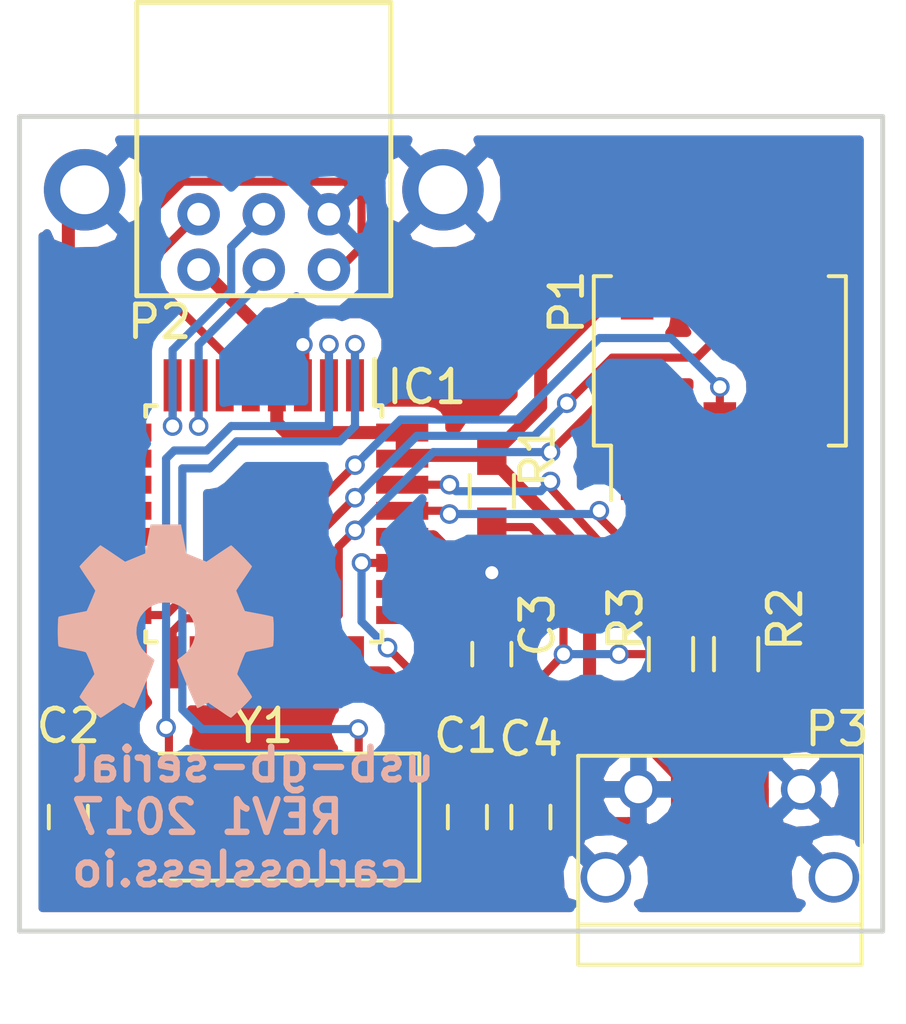
<source format=kicad_pcb>
(kicad_pcb (version 4) (host pcbnew 4.0.4-stable)

  (general
    (links 39)
    (no_connects 0)
    (area 140.424999 77.424999 167.075001 102.575001)
    (thickness 1.6)
    (drawings 5)
    (tracks 205)
    (zones 0)
    (modules 13)
    (nets 33)
  )

  (page A4)
  (layers
    (0 F.Cu signal)
    (31 B.Cu signal)
    (32 B.Adhes user)
    (33 F.Adhes user)
    (34 B.Paste user)
    (35 F.Paste user)
    (36 B.SilkS user)
    (37 F.SilkS user)
    (38 B.Mask user)
    (39 F.Mask user)
    (40 Dwgs.User user)
    (41 Cmts.User user)
    (42 Eco1.User user)
    (43 Eco2.User user)
    (44 Edge.Cuts user)
    (45 Margin user)
    (46 B.CrtYd user)
    (47 F.CrtYd user)
    (48 B.Fab user)
    (49 F.Fab user)
  )

  (setup
    (last_trace_width 0.25)
    (trace_clearance 0.2)
    (zone_clearance 0.508)
    (zone_45_only no)
    (trace_min 0.2)
    (segment_width 0.2)
    (edge_width 0.15)
    (via_size 0.6)
    (via_drill 0.4)
    (via_min_size 0.4)
    (via_min_drill 0.3)
    (uvia_size 0.3)
    (uvia_drill 0.1)
    (uvias_allowed no)
    (uvia_min_size 0.2)
    (uvia_min_drill 0.1)
    (pcb_text_width 0.3)
    (pcb_text_size 1.5 1.5)
    (mod_edge_width 0.15)
    (mod_text_size 1 1)
    (mod_text_width 0.15)
    (pad_size 1.3 1.3)
    (pad_drill 0.7)
    (pad_to_mask_clearance 0.2)
    (aux_axis_origin 0 0)
    (visible_elements FFFFFF7F)
    (pcbplotparams
      (layerselection 0x00030_80000001)
      (usegerberextensions false)
      (excludeedgelayer true)
      (linewidth 0.100000)
      (plotframeref false)
      (viasonmask false)
      (mode 1)
      (useauxorigin false)
      (hpglpennumber 1)
      (hpglpenspeed 20)
      (hpglpendiameter 15)
      (hpglpenoverlay 2)
      (psnegative false)
      (psa4output false)
      (plotreference true)
      (plotvalue true)
      (plotinvisibletext false)
      (padsonsilk false)
      (subtractmaskfromsilk false)
      (outputformat 1)
      (mirror false)
      (drillshape 1)
      (scaleselection 1)
      (outputdirectory ""))
  )

  (net 0 "")
  (net 1 "Net-(C1-Pad1)")
  (net 2 GND)
  (net 3 "Net-(C2-Pad1)")
  (net 4 "Net-(C3-Pad1)")
  (net 5 VCC)
  (net 6 "Net-(IC1-Pad5)")
  (net 7 "Net-(IC1-Pad6)")
  (net 8 "Net-(IC1-Pad7)")
  (net 9 "Net-(IC1-Pad8)")
  (net 10 "Net-(IC1-Pad9)")
  (net 11 "Net-(IC1-Pad10)")
  (net 12 "Net-(IC1-Pad11)")
  (net 13 "Net-(IC1-Pad12)")
  (net 14 "Net-(IC1-Pad13)")
  (net 15 "Net-(IC1-Pad14)")
  (net 16 "Net-(IC1-Pad18)")
  (net 17 "Net-(IC1-Pad19)")
  (net 18 "Net-(IC1-Pad20)")
  (net 19 "Net-(IC1-Pad21)")
  (net 20 "Net-(IC1-Pad22)")
  (net 21 "Net-(IC1-Pad23)")
  (net 22 RESET)
  (net 23 "Net-(IC1-Pad25)")
  (net 24 "Net-(IC1-Pad26)")
  (net 25 "Net-(IC1-Pad29)")
  (net 26 "Net-(IC1-Pad30)")
  (net 27 MISO)
  (net 28 SCK)
  (net 29 MOSI)
  (net 30 "Net-(P3-Pad2)")
  (net 31 "Net-(P3-Pad3)")
  (net 32 "Net-(P3-Pad4)")

  (net_class Default "This is the default net class."
    (clearance 0.2)
    (trace_width 0.25)
    (via_dia 0.6)
    (via_drill 0.4)
    (uvia_dia 0.3)
    (uvia_drill 0.1)
    (add_net MISO)
    (add_net MOSI)
    (add_net "Net-(C1-Pad1)")
    (add_net "Net-(C2-Pad1)")
    (add_net "Net-(C3-Pad1)")
    (add_net "Net-(IC1-Pad10)")
    (add_net "Net-(IC1-Pad11)")
    (add_net "Net-(IC1-Pad12)")
    (add_net "Net-(IC1-Pad13)")
    (add_net "Net-(IC1-Pad14)")
    (add_net "Net-(IC1-Pad18)")
    (add_net "Net-(IC1-Pad19)")
    (add_net "Net-(IC1-Pad20)")
    (add_net "Net-(IC1-Pad21)")
    (add_net "Net-(IC1-Pad22)")
    (add_net "Net-(IC1-Pad23)")
    (add_net "Net-(IC1-Pad25)")
    (add_net "Net-(IC1-Pad26)")
    (add_net "Net-(IC1-Pad29)")
    (add_net "Net-(IC1-Pad30)")
    (add_net "Net-(IC1-Pad5)")
    (add_net "Net-(IC1-Pad6)")
    (add_net "Net-(IC1-Pad7)")
    (add_net "Net-(IC1-Pad8)")
    (add_net "Net-(IC1-Pad9)")
    (add_net "Net-(P3-Pad2)")
    (add_net "Net-(P3-Pad3)")
    (add_net "Net-(P3-Pad4)")
    (add_net RESET)
    (add_net SCK)
  )

  (net_class Power ""
    (clearance 0.2)
    (trace_width 0.4)
    (via_dia 0.8)
    (via_drill 0.4)
    (uvia_dia 0.3)
    (uvia_drill 0.1)
    (add_net GND)
    (add_net VCC)
  )

  (module gb-serial-connector:gb-serial (layer F.Cu) (tedit 58DFEF08) (tstamp 58DFC44A)
    (at 148 80.5)
    (path /58DFBADB)
    (fp_text reference P2 (at -3.2 3.3) (layer F.SilkS)
      (effects (font (size 1 1) (thickness 0.15)))
    )
    (fp_text value GB_SERIAL (at 0 -2.2) (layer F.Fab)
      (effects (font (size 1 1) (thickness 0.15)))
    )
    (fp_line (start -3.9 -6.5) (end 3.9 -6.5) (layer F.SilkS) (width 0.15))
    (fp_line (start -3.9 2.5) (end 3.9 2.5) (layer F.SilkS) (width 0.15))
    (fp_line (start -3.9 2.5) (end -3.9 -6.5) (layer F.SilkS) (width 0.15))
    (fp_line (start 3.9 2.5) (end 3.9 -6.5) (layer F.SilkS) (width 0.15))
    (pad 7 thru_hole circle (at -5.5 -0.75) (size 2.5 2.5) (drill 1.5) (layers *.Cu *.Mask)
      (net 2 GND))
    (pad 5 thru_hole circle (at 2 1.7) (size 1.3 1.3) (drill 0.7) (layers *.Cu *.Mask)
      (net 10 "Net-(IC1-Pad9)"))
    (pad 1 thru_hole circle (at -2 1.7) (size 1.3 1.3) (drill 0.7) (layers *.Cu *.Mask)
      (net 5 VCC))
    (pad 3 thru_hole circle (at 0 1.7) (size 1.3 1.3) (drill 0.7) (layers *.Cu *.Mask)
      (net 8 "Net-(IC1-Pad7)"))
    (pad 4 thru_hole circle (at 0 0) (size 1.3 1.3) (drill 0.7) (layers *.Cu *.Mask)
      (net 9 "Net-(IC1-Pad8)"))
    (pad 6 thru_hole circle (at 2 0) (size 1.3 1.3) (drill 0.7) (layers *.Cu *.Mask)
      (net 2 GND))
    (pad 2 thru_hole circle (at -2 0) (size 1.3 1.3) (drill 0.7) (layers *.Cu *.Mask)
      (net 7 "Net-(IC1-Pad6)"))
    (pad 7 thru_hole circle (at 5.5 -0.75) (size 2.5 2.5) (drill 1.5) (layers *.Cu *.Mask)
      (net 2 GND))
  )

  (module Capacitors_SMD:C_0603_HandSoldering (layer F.Cu) (tedit 58DFD1E1) (tstamp 58DFC404)
    (at 154.25 99 270)
    (descr "Capacitor SMD 0603, hand soldering")
    (tags "capacitor 0603")
    (path /58DFBD7F)
    (attr smd)
    (fp_text reference C1 (at -2.5 0.05 360) (layer F.SilkS)
      (effects (font (size 1 1) (thickness 0.15)))
    )
    (fp_text value 22pF (at 0 1.5 270) (layer F.Fab)
      (effects (font (size 1 1) (thickness 0.15)))
    )
    (fp_text user %R (at 0 -1.25 270) (layer F.Fab)
      (effects (font (size 1 1) (thickness 0.15)))
    )
    (fp_line (start -0.8 0.4) (end -0.8 -0.4) (layer F.Fab) (width 0.1))
    (fp_line (start 0.8 0.4) (end -0.8 0.4) (layer F.Fab) (width 0.1))
    (fp_line (start 0.8 -0.4) (end 0.8 0.4) (layer F.Fab) (width 0.1))
    (fp_line (start -0.8 -0.4) (end 0.8 -0.4) (layer F.Fab) (width 0.1))
    (fp_line (start -0.35 -0.6) (end 0.35 -0.6) (layer F.SilkS) (width 0.12))
    (fp_line (start 0.35 0.6) (end -0.35 0.6) (layer F.SilkS) (width 0.12))
    (fp_line (start -1.8 -0.65) (end 1.8 -0.65) (layer F.CrtYd) (width 0.05))
    (fp_line (start -1.8 -0.65) (end -1.8 0.65) (layer F.CrtYd) (width 0.05))
    (fp_line (start 1.8 0.65) (end 1.8 -0.65) (layer F.CrtYd) (width 0.05))
    (fp_line (start 1.8 0.65) (end -1.8 0.65) (layer F.CrtYd) (width 0.05))
    (pad 1 smd rect (at -0.95 0 270) (size 1.2 0.75) (layers F.Cu F.Paste F.Mask)
      (net 1 "Net-(C1-Pad1)"))
    (pad 2 smd rect (at 0.95 0 270) (size 1.2 0.75) (layers F.Cu F.Paste F.Mask)
      (net 2 GND))
    (model Capacitors_SMD.3dshapes/C_0603.wrl
      (at (xyz 0 0 0))
      (scale (xyz 1 1 1))
      (rotate (xyz 0 0 0))
    )
  )

  (module Capacitors_SMD:C_0603_HandSoldering (layer F.Cu) (tedit 58DFD1D8) (tstamp 58DFC40A)
    (at 142 99 90)
    (descr "Capacitor SMD 0603, hand soldering")
    (tags "capacitor 0603")
    (path /58DFBEEC)
    (attr smd)
    (fp_text reference C2 (at 2.8 0 180) (layer F.SilkS)
      (effects (font (size 1 1) (thickness 0.15)))
    )
    (fp_text value 22pF (at 0 1.5 90) (layer F.Fab)
      (effects (font (size 1 1) (thickness 0.15)))
    )
    (fp_text user %R (at 0 -1.25 90) (layer F.Fab)
      (effects (font (size 1 1) (thickness 0.15)))
    )
    (fp_line (start -0.8 0.4) (end -0.8 -0.4) (layer F.Fab) (width 0.1))
    (fp_line (start 0.8 0.4) (end -0.8 0.4) (layer F.Fab) (width 0.1))
    (fp_line (start 0.8 -0.4) (end 0.8 0.4) (layer F.Fab) (width 0.1))
    (fp_line (start -0.8 -0.4) (end 0.8 -0.4) (layer F.Fab) (width 0.1))
    (fp_line (start -0.35 -0.6) (end 0.35 -0.6) (layer F.SilkS) (width 0.12))
    (fp_line (start 0.35 0.6) (end -0.35 0.6) (layer F.SilkS) (width 0.12))
    (fp_line (start -1.8 -0.65) (end 1.8 -0.65) (layer F.CrtYd) (width 0.05))
    (fp_line (start -1.8 -0.65) (end -1.8 0.65) (layer F.CrtYd) (width 0.05))
    (fp_line (start 1.8 0.65) (end 1.8 -0.65) (layer F.CrtYd) (width 0.05))
    (fp_line (start 1.8 0.65) (end -1.8 0.65) (layer F.CrtYd) (width 0.05))
    (pad 1 smd rect (at -0.95 0 90) (size 1.2 0.75) (layers F.Cu F.Paste F.Mask)
      (net 3 "Net-(C2-Pad1)"))
    (pad 2 smd rect (at 0.95 0 90) (size 1.2 0.75) (layers F.Cu F.Paste F.Mask)
      (net 2 GND))
    (model Capacitors_SMD.3dshapes/C_0603.wrl
      (at (xyz 0 0 0))
      (scale (xyz 1 1 1))
      (rotate (xyz 0 0 0))
    )
  )

  (module Capacitors_SMD:C_0603_HandSoldering (layer F.Cu) (tedit 58DFED18) (tstamp 58DFC410)
    (at 155 94 90)
    (descr "Capacitor SMD 0603, hand soldering")
    (tags "capacitor 0603")
    (path /58DFC41C)
    (attr smd)
    (fp_text reference C3 (at 0.9 1.4 90) (layer F.SilkS)
      (effects (font (size 1 1) (thickness 0.15)))
    )
    (fp_text value 1uF (at 0 1.5 90) (layer F.Fab)
      (effects (font (size 1 1) (thickness 0.15)))
    )
    (fp_text user %R (at 0 -1.25 90) (layer F.Fab)
      (effects (font (size 1 1) (thickness 0.15)))
    )
    (fp_line (start -0.8 0.4) (end -0.8 -0.4) (layer F.Fab) (width 0.1))
    (fp_line (start 0.8 0.4) (end -0.8 0.4) (layer F.Fab) (width 0.1))
    (fp_line (start 0.8 -0.4) (end 0.8 0.4) (layer F.Fab) (width 0.1))
    (fp_line (start -0.8 -0.4) (end 0.8 -0.4) (layer F.Fab) (width 0.1))
    (fp_line (start -0.35 -0.6) (end 0.35 -0.6) (layer F.SilkS) (width 0.12))
    (fp_line (start 0.35 0.6) (end -0.35 0.6) (layer F.SilkS) (width 0.12))
    (fp_line (start -1.8 -0.65) (end 1.8 -0.65) (layer F.CrtYd) (width 0.05))
    (fp_line (start -1.8 -0.65) (end -1.8 0.65) (layer F.CrtYd) (width 0.05))
    (fp_line (start 1.8 0.65) (end 1.8 -0.65) (layer F.CrtYd) (width 0.05))
    (fp_line (start 1.8 0.65) (end -1.8 0.65) (layer F.CrtYd) (width 0.05))
    (pad 1 smd rect (at -0.95 0 90) (size 1.2 0.75) (layers F.Cu F.Paste F.Mask)
      (net 4 "Net-(C3-Pad1)"))
    (pad 2 smd rect (at 0.95 0 90) (size 1.2 0.75) (layers F.Cu F.Paste F.Mask)
      (net 2 GND))
    (model Capacitors_SMD.3dshapes/C_0603.wrl
      (at (xyz 0 0 0))
      (scale (xyz 1 1 1))
      (rotate (xyz 0 0 0))
    )
  )

  (module Housings_QFP:TQFP-32_7x7mm_Pitch0.8mm (layer F.Cu) (tedit 58DFD19A) (tstamp 58DFC434)
    (at 148 90 270)
    (descr "32-Lead Plastic Thin Quad Flatpack (PT) - 7x7x1.0 mm Body, 2.00 mm [TQFP] (see Microchip Packaging Specification 00000049BS.pdf)")
    (tags "QFP 0.8")
    (path /58DFBC2D)
    (attr smd)
    (fp_text reference IC1 (at -4.2 -5 360) (layer F.SilkS)
      (effects (font (size 1 1) (thickness 0.15)))
    )
    (fp_text value ATMEGA32U2 (at 0 6.05 270) (layer F.Fab)
      (effects (font (size 1 1) (thickness 0.15)))
    )
    (fp_text user %R (at 0 0 270) (layer F.Fab)
      (effects (font (size 1 1) (thickness 0.15)))
    )
    (fp_line (start -2.5 -3.5) (end 3.5 -3.5) (layer F.Fab) (width 0.15))
    (fp_line (start 3.5 -3.5) (end 3.5 3.5) (layer F.Fab) (width 0.15))
    (fp_line (start 3.5 3.5) (end -3.5 3.5) (layer F.Fab) (width 0.15))
    (fp_line (start -3.5 3.5) (end -3.5 -2.5) (layer F.Fab) (width 0.15))
    (fp_line (start -3.5 -2.5) (end -2.5 -3.5) (layer F.Fab) (width 0.15))
    (fp_line (start -5.3 -5.3) (end -5.3 5.3) (layer F.CrtYd) (width 0.05))
    (fp_line (start 5.3 -5.3) (end 5.3 5.3) (layer F.CrtYd) (width 0.05))
    (fp_line (start -5.3 -5.3) (end 5.3 -5.3) (layer F.CrtYd) (width 0.05))
    (fp_line (start -5.3 5.3) (end 5.3 5.3) (layer F.CrtYd) (width 0.05))
    (fp_line (start -3.625 -3.625) (end -3.625 -3.4) (layer F.SilkS) (width 0.15))
    (fp_line (start 3.625 -3.625) (end 3.625 -3.3) (layer F.SilkS) (width 0.15))
    (fp_line (start 3.625 3.625) (end 3.625 3.3) (layer F.SilkS) (width 0.15))
    (fp_line (start -3.625 3.625) (end -3.625 3.3) (layer F.SilkS) (width 0.15))
    (fp_line (start -3.625 -3.625) (end -3.3 -3.625) (layer F.SilkS) (width 0.15))
    (fp_line (start -3.625 3.625) (end -3.3 3.625) (layer F.SilkS) (width 0.15))
    (fp_line (start 3.625 3.625) (end 3.3 3.625) (layer F.SilkS) (width 0.15))
    (fp_line (start 3.625 -3.625) (end 3.3 -3.625) (layer F.SilkS) (width 0.15))
    (fp_line (start -3.625 -3.4) (end -5.05 -3.4) (layer F.SilkS) (width 0.15))
    (pad 1 smd rect (at -4.25 -2.8 270) (size 1.6 0.55) (layers F.Cu F.Paste F.Mask)
      (net 1 "Net-(C1-Pad1)"))
    (pad 2 smd rect (at -4.25 -2 270) (size 1.6 0.55) (layers F.Cu F.Paste F.Mask)
      (net 3 "Net-(C2-Pad1)"))
    (pad 3 smd rect (at -4.25 -1.2 270) (size 1.6 0.55) (layers F.Cu F.Paste F.Mask)
      (net 2 GND))
    (pad 4 smd rect (at -4.25 -0.4 270) (size 1.6 0.55) (layers F.Cu F.Paste F.Mask)
      (net 5 VCC))
    (pad 5 smd rect (at -4.25 0.4 270) (size 1.6 0.55) (layers F.Cu F.Paste F.Mask)
      (net 6 "Net-(IC1-Pad5)"))
    (pad 6 smd rect (at -4.25 1.2 270) (size 1.6 0.55) (layers F.Cu F.Paste F.Mask)
      (net 7 "Net-(IC1-Pad6)"))
    (pad 7 smd rect (at -4.25 2 270) (size 1.6 0.55) (layers F.Cu F.Paste F.Mask)
      (net 8 "Net-(IC1-Pad7)"))
    (pad 8 smd rect (at -4.25 2.8 270) (size 1.6 0.55) (layers F.Cu F.Paste F.Mask)
      (net 9 "Net-(IC1-Pad8)"))
    (pad 9 smd rect (at -2.8 4.25) (size 1.6 0.55) (layers F.Cu F.Paste F.Mask)
      (net 10 "Net-(IC1-Pad9)"))
    (pad 10 smd rect (at -2 4.25) (size 1.6 0.55) (layers F.Cu F.Paste F.Mask)
      (net 11 "Net-(IC1-Pad10)"))
    (pad 11 smd rect (at -1.2 4.25) (size 1.6 0.55) (layers F.Cu F.Paste F.Mask)
      (net 12 "Net-(IC1-Pad11)"))
    (pad 12 smd rect (at -0.4 4.25) (size 1.6 0.55) (layers F.Cu F.Paste F.Mask)
      (net 13 "Net-(IC1-Pad12)"))
    (pad 13 smd rect (at 0.4 4.25) (size 1.6 0.55) (layers F.Cu F.Paste F.Mask)
      (net 14 "Net-(IC1-Pad13)"))
    (pad 14 smd rect (at 1.2 4.25) (size 1.6 0.55) (layers F.Cu F.Paste F.Mask)
      (net 15 "Net-(IC1-Pad14)"))
    (pad 15 smd rect (at 2 4.25) (size 1.6 0.55) (layers F.Cu F.Paste F.Mask)
      (net 28 SCK))
    (pad 16 smd rect (at 2.8 4.25) (size 1.6 0.55) (layers F.Cu F.Paste F.Mask)
      (net 29 MOSI))
    (pad 17 smd rect (at 4.25 2.8 270) (size 1.6 0.55) (layers F.Cu F.Paste F.Mask)
      (net 27 MISO))
    (pad 18 smd rect (at 4.25 2 270) (size 1.6 0.55) (layers F.Cu F.Paste F.Mask)
      (net 16 "Net-(IC1-Pad18)"))
    (pad 19 smd rect (at 4.25 1.2 270) (size 1.6 0.55) (layers F.Cu F.Paste F.Mask)
      (net 17 "Net-(IC1-Pad19)"))
    (pad 20 smd rect (at 4.25 0.4 270) (size 1.6 0.55) (layers F.Cu F.Paste F.Mask)
      (net 18 "Net-(IC1-Pad20)"))
    (pad 21 smd rect (at 4.25 -0.4 270) (size 1.6 0.55) (layers F.Cu F.Paste F.Mask)
      (net 19 "Net-(IC1-Pad21)"))
    (pad 22 smd rect (at 4.25 -1.2 270) (size 1.6 0.55) (layers F.Cu F.Paste F.Mask)
      (net 20 "Net-(IC1-Pad22)"))
    (pad 23 smd rect (at 4.25 -2 270) (size 1.6 0.55) (layers F.Cu F.Paste F.Mask)
      (net 21 "Net-(IC1-Pad23)"))
    (pad 24 smd rect (at 4.25 -2.8 270) (size 1.6 0.55) (layers F.Cu F.Paste F.Mask)
      (net 22 RESET))
    (pad 25 smd rect (at 2.8 -4.25) (size 1.6 0.55) (layers F.Cu F.Paste F.Mask)
      (net 23 "Net-(IC1-Pad25)"))
    (pad 26 smd rect (at 2 -4.25) (size 1.6 0.55) (layers F.Cu F.Paste F.Mask)
      (net 24 "Net-(IC1-Pad26)"))
    (pad 27 smd rect (at 1.2 -4.25) (size 1.6 0.55) (layers F.Cu F.Paste F.Mask)
      (net 4 "Net-(C3-Pad1)"))
    (pad 28 smd rect (at 0.4 -4.25) (size 1.6 0.55) (layers F.Cu F.Paste F.Mask)
      (net 2 GND))
    (pad 29 smd rect (at -0.4 -4.25) (size 1.6 0.55) (layers F.Cu F.Paste F.Mask)
      (net 25 "Net-(IC1-Pad29)"))
    (pad 30 smd rect (at -1.2 -4.25) (size 1.6 0.55) (layers F.Cu F.Paste F.Mask)
      (net 26 "Net-(IC1-Pad30)"))
    (pad 31 smd rect (at -2 -4.25) (size 1.6 0.55) (layers F.Cu F.Paste F.Mask)
      (net 5 VCC))
    (pad 32 smd rect (at -2.8 -4.25) (size 1.6 0.55) (layers F.Cu F.Paste F.Mask)
      (net 5 VCC))
    (model Housings_QFP.3dshapes/TQFP-32_7x7mm_Pitch0.8mm.wrl
      (at (xyz 0 0 0))
      (scale (xyz 1 1 1))
      (rotate (xyz 0 0 0))
    )
  )

  (module Pin_Headers:Pin_Header_Straight_2x03_Pitch2.54mm_SMD (layer F.Cu) (tedit 58DFED31) (tstamp 58DFC43E)
    (at 162 85 90)
    (descr "surface-mounted straight pin header, 2x03, 2.54mm pitch, double rows")
    (tags "Surface mounted pin header SMD 2x03 2.54mm double row")
    (path /58DFCC79)
    (attr smd)
    (fp_text reference P1 (at 1.8 -4.7 90) (layer F.SilkS)
      (effects (font (size 1 1) (thickness 0.15)))
    )
    (fp_text value AVR_ISP (at 0 4.87 90) (layer F.Fab)
      (effects (font (size 1 1) (thickness 0.15)))
    )
    (fp_line (start -2.54 -3.81) (end -2.54 3.81) (layer F.Fab) (width 0.1))
    (fp_line (start -2.54 3.81) (end 2.54 3.81) (layer F.Fab) (width 0.1))
    (fp_line (start 2.54 3.81) (end 2.54 -3.81) (layer F.Fab) (width 0.1))
    (fp_line (start 2.54 -3.81) (end -2.54 -3.81) (layer F.Fab) (width 0.1))
    (fp_line (start -2.54 -2.86) (end -2.54 -2.22) (layer F.Fab) (width 0.1))
    (fp_line (start -2.54 -2.22) (end -3.92 -2.22) (layer F.Fab) (width 0.1))
    (fp_line (start -3.92 -2.22) (end -3.92 -2.86) (layer F.Fab) (width 0.1))
    (fp_line (start -3.92 -2.86) (end -2.54 -2.86) (layer F.Fab) (width 0.1))
    (fp_line (start 2.54 -2.86) (end 2.54 -2.22) (layer F.Fab) (width 0.1))
    (fp_line (start 2.54 -2.22) (end 3.92 -2.22) (layer F.Fab) (width 0.1))
    (fp_line (start 3.92 -2.22) (end 3.92 -2.86) (layer F.Fab) (width 0.1))
    (fp_line (start 3.92 -2.86) (end 2.54 -2.86) (layer F.Fab) (width 0.1))
    (fp_line (start -2.54 -0.32) (end -2.54 0.32) (layer F.Fab) (width 0.1))
    (fp_line (start -2.54 0.32) (end -3.92 0.32) (layer F.Fab) (width 0.1))
    (fp_line (start -3.92 0.32) (end -3.92 -0.32) (layer F.Fab) (width 0.1))
    (fp_line (start -3.92 -0.32) (end -2.54 -0.32) (layer F.Fab) (width 0.1))
    (fp_line (start 2.54 -0.32) (end 2.54 0.32) (layer F.Fab) (width 0.1))
    (fp_line (start 2.54 0.32) (end 3.92 0.32) (layer F.Fab) (width 0.1))
    (fp_line (start 3.92 0.32) (end 3.92 -0.32) (layer F.Fab) (width 0.1))
    (fp_line (start 3.92 -0.32) (end 2.54 -0.32) (layer F.Fab) (width 0.1))
    (fp_line (start -2.54 2.22) (end -2.54 2.86) (layer F.Fab) (width 0.1))
    (fp_line (start -2.54 2.86) (end -3.92 2.86) (layer F.Fab) (width 0.1))
    (fp_line (start -3.92 2.86) (end -3.92 2.22) (layer F.Fab) (width 0.1))
    (fp_line (start -3.92 2.22) (end -2.54 2.22) (layer F.Fab) (width 0.1))
    (fp_line (start 2.54 2.22) (end 2.54 2.86) (layer F.Fab) (width 0.1))
    (fp_line (start 2.54 2.86) (end 3.92 2.86) (layer F.Fab) (width 0.1))
    (fp_line (start 3.92 2.86) (end 3.92 2.22) (layer F.Fab) (width 0.1))
    (fp_line (start 3.92 2.22) (end 2.54 2.22) (layer F.Fab) (width 0.1))
    (fp_line (start -2.6 -3.34) (end -2.6 -3.87) (layer F.SilkS) (width 0.12))
    (fp_line (start -2.6 -3.87) (end 2.6 -3.87) (layer F.SilkS) (width 0.12))
    (fp_line (start 2.6 -3.87) (end 2.6 -3.34) (layer F.SilkS) (width 0.12))
    (fp_line (start -2.6 3.34) (end -2.6 3.87) (layer F.SilkS) (width 0.12))
    (fp_line (start -2.6 3.87) (end 2.6 3.87) (layer F.SilkS) (width 0.12))
    (fp_line (start 2.6 3.87) (end 2.6 3.34) (layer F.SilkS) (width 0.12))
    (fp_line (start -4.27 -3.34) (end -2.6 -3.34) (layer F.SilkS) (width 0.12))
    (fp_line (start -4.8 -4.35) (end -4.8 4.35) (layer F.CrtYd) (width 0.05))
    (fp_line (start -4.8 4.35) (end 4.8 4.35) (layer F.CrtYd) (width 0.05))
    (fp_line (start 4.8 4.35) (end 4.8 -4.35) (layer F.CrtYd) (width 0.05))
    (fp_line (start 4.8 -4.35) (end -4.8 -4.35) (layer F.CrtYd) (width 0.05))
    (fp_text user %R (at 0 -4.87 90) (layer F.Fab)
      (effects (font (size 1 1) (thickness 0.15)))
    )
    (pad 1 smd rect (at -2.77 -2.54 90) (size 3 1) (layers F.Cu F.Paste F.Mask)
      (net 27 MISO))
    (pad 2 smd rect (at 2.77 -2.54 90) (size 3 1) (layers F.Cu F.Paste F.Mask)
      (net 5 VCC))
    (pad 3 smd rect (at -2.77 0 90) (size 3 1) (layers F.Cu F.Paste F.Mask)
      (net 28 SCK))
    (pad 4 smd rect (at 2.77 0 90) (size 3 1) (layers F.Cu F.Paste F.Mask)
      (net 29 MOSI))
    (pad 5 smd rect (at -2.77 2.54 90) (size 3 1) (layers F.Cu F.Paste F.Mask)
      (net 22 RESET))
    (pad 6 smd rect (at 2.77 2.54 90) (size 3 1) (layers F.Cu F.Paste F.Mask)
      (net 2 GND))
    (model ${KISYS3DMOD}/Pin_Headers.3dshapes/Pin_Header_Straight_2x03_Pitch2.54mm_SMD.wrl
      (at (xyz 0 0 0))
      (scale (xyz 1 1 1))
      (rotate (xyz 0 0 0))
    )
  )

  (module Connect:USB_Micro-B (layer F.Cu) (tedit 58DFD15E) (tstamp 58DFC457)
    (at 162 99.5)
    (descr "Micro USB Type B Receptacle")
    (tags "USB USB_B USB_micro USB_OTG")
    (path /58DFC03C)
    (attr smd)
    (fp_text reference P3 (at 3.6 -3.2) (layer F.SilkS)
      (effects (font (size 1 1) (thickness 0.15)))
    )
    (fp_text value USB_OTG (at 0 5.01) (layer F.Fab)
      (effects (font (size 1 1) (thickness 0.15)))
    )
    (fp_line (start -4.6 -2.59) (end 4.6 -2.59) (layer F.CrtYd) (width 0.05))
    (fp_line (start 4.6 -2.59) (end 4.6 4.26) (layer F.CrtYd) (width 0.05))
    (fp_line (start 4.6 4.26) (end -4.6 4.26) (layer F.CrtYd) (width 0.05))
    (fp_line (start -4.6 4.26) (end -4.6 -2.59) (layer F.CrtYd) (width 0.05))
    (fp_line (start -4.35 4.03) (end 4.35 4.03) (layer F.SilkS) (width 0.12))
    (fp_line (start -4.35 -2.38) (end 4.35 -2.38) (layer F.SilkS) (width 0.12))
    (fp_line (start 4.35 -2.38) (end 4.35 4.03) (layer F.SilkS) (width 0.12))
    (fp_line (start 4.35 2.8) (end -4.35 2.8) (layer F.SilkS) (width 0.12))
    (fp_line (start -4.35 4.03) (end -4.35 -2.38) (layer F.SilkS) (width 0.12))
    (pad 1 smd rect (at -1.3 -1.35 90) (size 1.35 0.4) (layers F.Cu F.Paste F.Mask)
      (net 5 VCC))
    (pad 2 smd rect (at -0.65 -1.35 90) (size 1.35 0.4) (layers F.Cu F.Paste F.Mask)
      (net 30 "Net-(P3-Pad2)"))
    (pad 3 smd rect (at 0 -1.35 90) (size 1.35 0.4) (layers F.Cu F.Paste F.Mask)
      (net 31 "Net-(P3-Pad3)"))
    (pad 4 smd rect (at 0.65 -1.35 90) (size 1.35 0.4) (layers F.Cu F.Paste F.Mask)
      (net 32 "Net-(P3-Pad4)"))
    (pad 5 smd rect (at 1.3 -1.35 90) (size 1.35 0.4) (layers F.Cu F.Paste F.Mask)
      (net 2 GND))
    (pad 6 thru_hole oval (at -2.5 -1.35 90) (size 1.25 1.25) (drill oval 0.85) (layers *.Cu *.Mask)
      (net 2 GND))
    (pad 6 thru_hole circle (at 2.5 -1.35 90) (size 1.25 1.25) (drill 0.85) (layers *.Cu *.Mask)
      (net 2 GND))
    (pad 6 thru_hole circle (at -3.5 1.35 90) (size 1.55 1.55) (drill 1.15) (layers *.Cu *.Mask)
      (net 2 GND))
    (pad 6 thru_hole circle (at 3.5 1.35 90) (size 1.55 1.55) (drill 1.15) (layers *.Cu *.Mask)
      (net 2 GND))
  )

  (module Resistors_SMD:R_0603_HandSoldering (layer F.Cu) (tedit 58DFED27) (tstamp 58DFC45D)
    (at 155 89 90)
    (descr "Resistor SMD 0603, hand soldering")
    (tags "resistor 0603")
    (path /58DFCA1C)
    (attr smd)
    (fp_text reference R1 (at 1.1 1.4 270) (layer F.SilkS)
      (effects (font (size 1 1) (thickness 0.15)))
    )
    (fp_text value 10K (at 0 1.55 90) (layer F.Fab)
      (effects (font (size 1 1) (thickness 0.15)))
    )
    (fp_text user %R (at 0 -1.45 90) (layer F.Fab)
      (effects (font (size 1 1) (thickness 0.15)))
    )
    (fp_line (start -0.8 0.4) (end -0.8 -0.4) (layer F.Fab) (width 0.1))
    (fp_line (start 0.8 0.4) (end -0.8 0.4) (layer F.Fab) (width 0.1))
    (fp_line (start 0.8 -0.4) (end 0.8 0.4) (layer F.Fab) (width 0.1))
    (fp_line (start -0.8 -0.4) (end 0.8 -0.4) (layer F.Fab) (width 0.1))
    (fp_line (start 0.5 0.68) (end -0.5 0.68) (layer F.SilkS) (width 0.12))
    (fp_line (start -0.5 -0.68) (end 0.5 -0.68) (layer F.SilkS) (width 0.12))
    (fp_line (start -1.96 -0.7) (end 1.95 -0.7) (layer F.CrtYd) (width 0.05))
    (fp_line (start -1.96 -0.7) (end -1.96 0.7) (layer F.CrtYd) (width 0.05))
    (fp_line (start 1.95 0.7) (end 1.95 -0.7) (layer F.CrtYd) (width 0.05))
    (fp_line (start 1.95 0.7) (end -1.96 0.7) (layer F.CrtYd) (width 0.05))
    (pad 1 smd rect (at -1.1 0 90) (size 1.2 0.9) (layers F.Cu F.Paste F.Mask)
      (net 22 RESET))
    (pad 2 smd rect (at 1.1 0 90) (size 1.2 0.9) (layers F.Cu F.Paste F.Mask)
      (net 5 VCC))
    (model Resistors_SMD.3dshapes/R_0603.wrl
      (at (xyz 0 0 0))
      (scale (xyz 1 1 1))
      (rotate (xyz 0 0 0))
    )
  )

  (module Resistors_SMD:R_0603_HandSoldering (layer F.Cu) (tedit 58DFD184) (tstamp 58DFC463)
    (at 162.5 94 270)
    (descr "Resistor SMD 0603, hand soldering")
    (tags "resistor 0603")
    (path /58DFC23C)
    (attr smd)
    (fp_text reference R2 (at -1.075 -1.5 270) (layer F.SilkS)
      (effects (font (size 1 1) (thickness 0.15)))
    )
    (fp_text value 22 (at 0 1.55 270) (layer F.Fab)
      (effects (font (size 1 1) (thickness 0.15)))
    )
    (fp_text user %R (at 0 -1.45 270) (layer F.Fab)
      (effects (font (size 1 1) (thickness 0.15)))
    )
    (fp_line (start -0.8 0.4) (end -0.8 -0.4) (layer F.Fab) (width 0.1))
    (fp_line (start 0.8 0.4) (end -0.8 0.4) (layer F.Fab) (width 0.1))
    (fp_line (start 0.8 -0.4) (end 0.8 0.4) (layer F.Fab) (width 0.1))
    (fp_line (start -0.8 -0.4) (end 0.8 -0.4) (layer F.Fab) (width 0.1))
    (fp_line (start 0.5 0.68) (end -0.5 0.68) (layer F.SilkS) (width 0.12))
    (fp_line (start -0.5 -0.68) (end 0.5 -0.68) (layer F.SilkS) (width 0.12))
    (fp_line (start -1.96 -0.7) (end 1.95 -0.7) (layer F.CrtYd) (width 0.05))
    (fp_line (start -1.96 -0.7) (end -1.96 0.7) (layer F.CrtYd) (width 0.05))
    (fp_line (start 1.95 0.7) (end 1.95 -0.7) (layer F.CrtYd) (width 0.05))
    (fp_line (start 1.95 0.7) (end -1.96 0.7) (layer F.CrtYd) (width 0.05))
    (pad 1 smd rect (at -1.1 0 270) (size 1.2 0.9) (layers F.Cu F.Paste F.Mask)
      (net 25 "Net-(IC1-Pad29)"))
    (pad 2 smd rect (at 1.1 0 270) (size 1.2 0.9) (layers F.Cu F.Paste F.Mask)
      (net 31 "Net-(P3-Pad3)"))
    (model Resistors_SMD.3dshapes/R_0603.wrl
      (at (xyz 0 0 0))
      (scale (xyz 1 1 1))
      (rotate (xyz 0 0 0))
    )
  )

  (module Resistors_SMD:R_0603_HandSoldering (layer F.Cu) (tedit 58DFD176) (tstamp 58DFC469)
    (at 160.5 94 270)
    (descr "Resistor SMD 0603, hand soldering")
    (tags "resistor 0603")
    (path /58DFC289)
    (attr smd)
    (fp_text reference R3 (at -1.1 1.4 450) (layer F.SilkS)
      (effects (font (size 1 1) (thickness 0.15)))
    )
    (fp_text value 22 (at 0 1.55 270) (layer F.Fab)
      (effects (font (size 1 1) (thickness 0.15)))
    )
    (fp_text user %R (at 0 -1.45 270) (layer F.Fab)
      (effects (font (size 1 1) (thickness 0.15)))
    )
    (fp_line (start -0.8 0.4) (end -0.8 -0.4) (layer F.Fab) (width 0.1))
    (fp_line (start 0.8 0.4) (end -0.8 0.4) (layer F.Fab) (width 0.1))
    (fp_line (start 0.8 -0.4) (end 0.8 0.4) (layer F.Fab) (width 0.1))
    (fp_line (start -0.8 -0.4) (end 0.8 -0.4) (layer F.Fab) (width 0.1))
    (fp_line (start 0.5 0.68) (end -0.5 0.68) (layer F.SilkS) (width 0.12))
    (fp_line (start -0.5 -0.68) (end 0.5 -0.68) (layer F.SilkS) (width 0.12))
    (fp_line (start -1.96 -0.7) (end 1.95 -0.7) (layer F.CrtYd) (width 0.05))
    (fp_line (start -1.96 -0.7) (end -1.96 0.7) (layer F.CrtYd) (width 0.05))
    (fp_line (start 1.95 0.7) (end 1.95 -0.7) (layer F.CrtYd) (width 0.05))
    (fp_line (start 1.95 0.7) (end -1.96 0.7) (layer F.CrtYd) (width 0.05))
    (pad 1 smd rect (at -1.1 0 270) (size 1.2 0.9) (layers F.Cu F.Paste F.Mask)
      (net 26 "Net-(IC1-Pad30)"))
    (pad 2 smd rect (at 1.1 0 270) (size 1.2 0.9) (layers F.Cu F.Paste F.Mask)
      (net 30 "Net-(P3-Pad2)"))
    (model Resistors_SMD.3dshapes/R_0603.wrl
      (at (xyz 0 0 0))
      (scale (xyz 1 1 1))
      (rotate (xyz 0 0 0))
    )
  )

  (module Crystals:Crystal_SMD_0603-2pin_6.0x3.5mm_HandSoldering (layer F.Cu) (tedit 58DFD1CF) (tstamp 58DFC46F)
    (at 148 99 180)
    (descr "SMD Crystal SERIES SMD0603/2 http://www.petermann-technik.de/fileadmin/petermann/pdf/SMD0603-2.pdf, hand-soldering, 6.0x3.5mm^2 package")
    (tags "SMD SMT crystal hand-soldering")
    (path /58DFBCF1)
    (attr smd)
    (fp_text reference Y1 (at 0 2.8 180) (layer F.SilkS)
      (effects (font (size 1 1) (thickness 0.15)))
    )
    (fp_text value 16Mhz (at 0 2.95 180) (layer F.Fab)
      (effects (font (size 1 1) (thickness 0.15)))
    )
    (fp_text user %R (at 0 0 180) (layer F.Fab)
      (effects (font (size 1 1) (thickness 0.15)))
    )
    (fp_line (start -2.9 -1.75) (end 2.9 -1.75) (layer F.Fab) (width 0.1))
    (fp_line (start 2.9 -1.75) (end 3 -1.65) (layer F.Fab) (width 0.1))
    (fp_line (start 3 -1.65) (end 3 1.65) (layer F.Fab) (width 0.1))
    (fp_line (start 3 1.65) (end 2.9 1.75) (layer F.Fab) (width 0.1))
    (fp_line (start 2.9 1.75) (end -2.9 1.75) (layer F.Fab) (width 0.1))
    (fp_line (start -2.9 1.75) (end -3 1.65) (layer F.Fab) (width 0.1))
    (fp_line (start -3 1.65) (end -3 -1.65) (layer F.Fab) (width 0.1))
    (fp_line (start -3 -1.65) (end -2.9 -1.75) (layer F.Fab) (width 0.1))
    (fp_line (start -3 0.75) (end -2 1.75) (layer F.Fab) (width 0.1))
    (fp_line (start 3.2 -1.95) (end -4.775 -1.95) (layer F.SilkS) (width 0.12))
    (fp_line (start -4.775 -1.95) (end -4.775 1.95) (layer F.SilkS) (width 0.12))
    (fp_line (start -4.775 1.95) (end 3.2 1.95) (layer F.SilkS) (width 0.12))
    (fp_line (start -4.9 -2) (end -4.9 2) (layer F.CrtYd) (width 0.05))
    (fp_line (start -4.9 2) (end 4.9 2) (layer F.CrtYd) (width 0.05))
    (fp_line (start 4.9 2) (end 4.9 -2) (layer F.CrtYd) (width 0.05))
    (fp_line (start 4.9 -2) (end -4.9 -2) (layer F.CrtYd) (width 0.05))
    (fp_circle (center 0 0) (end 0.4 0) (layer F.Adhes) (width 0.1))
    (fp_circle (center 0 0) (end 0.333333 0) (layer F.Adhes) (width 0.133333))
    (fp_circle (center 0 0) (end 0.213333 0) (layer F.Adhes) (width 0.133333))
    (fp_circle (center 0 0) (end 0.093333 0) (layer F.Adhes) (width 0.186667))
    (pad 1 smd rect (at -2.9125 0 180) (size 3.325 2.5) (layers F.Cu F.Paste F.Mask)
      (net 1 "Net-(C1-Pad1)"))
    (pad 2 smd rect (at 2.9125 0 180) (size 3.325 2.5) (layers F.Cu F.Paste F.Mask)
      (net 3 "Net-(C2-Pad1)"))
    (model ${KISYS3DMOD}/Crystals.3dshapes/Crystal_SMD_0603-2pin_6.0x3.5mm_HandSoldering.wrl
      (at (xyz 0 0 0))
      (scale (xyz 1 1 1))
      (rotate (xyz 0 0 0))
    )
  )

  (module Capacitors_SMD:C_0603_HandSoldering (layer F.Cu) (tedit 58DFECEF) (tstamp 58DFECA7)
    (at 156.2 99 270)
    (descr "Capacitor SMD 0603, hand soldering")
    (tags "capacitor 0603")
    (path /58DFECA3)
    (attr smd)
    (fp_text reference C4 (at -2.4 0 360) (layer F.SilkS)
      (effects (font (size 1 1) (thickness 0.15)))
    )
    (fp_text value 100nF (at 0 1.5 270) (layer F.Fab)
      (effects (font (size 1 1) (thickness 0.15)))
    )
    (fp_text user %R (at 0 -1.25 270) (layer F.Fab)
      (effects (font (size 1 1) (thickness 0.15)))
    )
    (fp_line (start -0.8 0.4) (end -0.8 -0.4) (layer F.Fab) (width 0.1))
    (fp_line (start 0.8 0.4) (end -0.8 0.4) (layer F.Fab) (width 0.1))
    (fp_line (start 0.8 -0.4) (end 0.8 0.4) (layer F.Fab) (width 0.1))
    (fp_line (start -0.8 -0.4) (end 0.8 -0.4) (layer F.Fab) (width 0.1))
    (fp_line (start -0.35 -0.6) (end 0.35 -0.6) (layer F.SilkS) (width 0.12))
    (fp_line (start 0.35 0.6) (end -0.35 0.6) (layer F.SilkS) (width 0.12))
    (fp_line (start -1.8 -0.65) (end 1.8 -0.65) (layer F.CrtYd) (width 0.05))
    (fp_line (start -1.8 -0.65) (end -1.8 0.65) (layer F.CrtYd) (width 0.05))
    (fp_line (start 1.8 0.65) (end 1.8 -0.65) (layer F.CrtYd) (width 0.05))
    (fp_line (start 1.8 0.65) (end -1.8 0.65) (layer F.CrtYd) (width 0.05))
    (pad 1 smd rect (at -0.95 0 270) (size 1.2 0.75) (layers F.Cu F.Paste F.Mask)
      (net 5 VCC))
    (pad 2 smd rect (at 0.95 0 270) (size 1.2 0.75) (layers F.Cu F.Paste F.Mask)
      (net 2 GND))
    (model Capacitors_SMD.3dshapes/C_0603.wrl
      (at (xyz 0 0 0))
      (scale (xyz 1 1 1))
      (rotate (xyz 0 0 0))
    )
  )

  (module Symbols:OSHW-Symbol_6.7x6mm_SilkScreen (layer B.Cu) (tedit 0) (tstamp 58DFF455)
    (at 145 93 180)
    (descr "Open Source Hardware Symbol")
    (tags "Logo Symbol OSHW")
    (attr virtual)
    (fp_text reference REF*** (at 0 0 180) (layer B.SilkS) hide
      (effects (font (size 1 1) (thickness 0.15)) (justify mirror))
    )
    (fp_text value OSHW-Symbol_6.7x6mm_SilkScreen (at 0.75 0 180) (layer B.Fab) hide
      (effects (font (size 1 1) (thickness 0.15)) (justify mirror))
    )
    (fp_poly (pts (xy 0.555814 2.531069) (xy 0.639635 2.086445) (xy 0.94892 1.958947) (xy 1.258206 1.831449)
      (xy 1.629246 2.083754) (xy 1.733157 2.154004) (xy 1.827087 2.216728) (xy 1.906652 2.269062)
      (xy 1.96747 2.308143) (xy 2.005157 2.331107) (xy 2.015421 2.336058) (xy 2.03391 2.323324)
      (xy 2.07342 2.288118) (xy 2.129522 2.234938) (xy 2.197787 2.168282) (xy 2.273786 2.092646)
      (xy 2.353092 2.012528) (xy 2.431275 1.932426) (xy 2.503907 1.856836) (xy 2.566559 1.790255)
      (xy 2.614803 1.737182) (xy 2.64421 1.702113) (xy 2.651241 1.690377) (xy 2.641123 1.66874)
      (xy 2.612759 1.621338) (xy 2.569129 1.552807) (xy 2.513218 1.467785) (xy 2.448006 1.370907)
      (xy 2.410219 1.31565) (xy 2.341343 1.214752) (xy 2.28014 1.123701) (xy 2.229578 1.04703)
      (xy 2.192628 0.989272) (xy 2.172258 0.954957) (xy 2.169197 0.947746) (xy 2.176136 0.927252)
      (xy 2.195051 0.879487) (xy 2.223087 0.811168) (xy 2.257391 0.729011) (xy 2.295109 0.63973)
      (xy 2.333387 0.550042) (xy 2.36937 0.466662) (xy 2.400206 0.396306) (xy 2.423039 0.34569)
      (xy 2.435017 0.321529) (xy 2.435724 0.320578) (xy 2.454531 0.315964) (xy 2.504618 0.305672)
      (xy 2.580793 0.290713) (xy 2.677865 0.272099) (xy 2.790643 0.250841) (xy 2.856442 0.238582)
      (xy 2.97695 0.215638) (xy 3.085797 0.193805) (xy 3.177476 0.174278) (xy 3.246481 0.158252)
      (xy 3.287304 0.146921) (xy 3.295511 0.143326) (xy 3.303548 0.118994) (xy 3.310033 0.064041)
      (xy 3.31497 -0.015108) (xy 3.318364 -0.112026) (xy 3.320218 -0.220287) (xy 3.320538 -0.333465)
      (xy 3.319327 -0.445135) (xy 3.31659 -0.548868) (xy 3.312331 -0.638241) (xy 3.306555 -0.706826)
      (xy 3.299267 -0.748197) (xy 3.294895 -0.75681) (xy 3.268764 -0.767133) (xy 3.213393 -0.781892)
      (xy 3.136107 -0.799352) (xy 3.04423 -0.81778) (xy 3.012158 -0.823741) (xy 2.857524 -0.852066)
      (xy 2.735375 -0.874876) (xy 2.641673 -0.89308) (xy 2.572384 -0.907583) (xy 2.523471 -0.919292)
      (xy 2.490897 -0.929115) (xy 2.470628 -0.937956) (xy 2.458626 -0.946724) (xy 2.456947 -0.948457)
      (xy 2.440184 -0.976371) (xy 2.414614 -1.030695) (xy 2.382788 -1.104777) (xy 2.34726 -1.191965)
      (xy 2.310583 -1.285608) (xy 2.275311 -1.379052) (xy 2.243996 -1.465647) (xy 2.219193 -1.53874)
      (xy 2.203454 -1.591678) (xy 2.199332 -1.617811) (xy 2.199676 -1.618726) (xy 2.213641 -1.640086)
      (xy 2.245322 -1.687084) (xy 2.291391 -1.754827) (xy 2.348518 -1.838423) (xy 2.413373 -1.932982)
      (xy 2.431843 -1.959854) (xy 2.497699 -2.057275) (xy 2.55565 -2.146163) (xy 2.602538 -2.221412)
      (xy 2.635207 -2.27792) (xy 2.6505 -2.310581) (xy 2.651241 -2.314593) (xy 2.638392 -2.335684)
      (xy 2.602888 -2.377464) (xy 2.549293 -2.435445) (xy 2.482171 -2.505135) (xy 2.406087 -2.582045)
      (xy 2.325604 -2.661683) (xy 2.245287 -2.739561) (xy 2.169699 -2.811186) (xy 2.103405 -2.87207)
      (xy 2.050969 -2.917721) (xy 2.016955 -2.94365) (xy 2.007545 -2.947883) (xy 1.985643 -2.937912)
      (xy 1.9408 -2.91102) (xy 1.880321 -2.871736) (xy 1.833789 -2.840117) (xy 1.749475 -2.782098)
      (xy 1.649626 -2.713784) (xy 1.549473 -2.645579) (xy 1.495627 -2.609075) (xy 1.313371 -2.4858)
      (xy 1.160381 -2.56852) (xy 1.090682 -2.604759) (xy 1.031414 -2.632926) (xy 0.991311 -2.648991)
      (xy 0.981103 -2.651226) (xy 0.968829 -2.634722) (xy 0.944613 -2.588082) (xy 0.910263 -2.515609)
      (xy 0.867588 -2.421606) (xy 0.818394 -2.310374) (xy 0.76449 -2.186215) (xy 0.707684 -2.053432)
      (xy 0.649782 -1.916327) (xy 0.592593 -1.779202) (xy 0.537924 -1.646358) (xy 0.487584 -1.522098)
      (xy 0.44338 -1.410725) (xy 0.407119 -1.316539) (xy 0.380609 -1.243844) (xy 0.365658 -1.196941)
      (xy 0.363254 -1.180833) (xy 0.382311 -1.160286) (xy 0.424036 -1.126933) (xy 0.479706 -1.087702)
      (xy 0.484378 -1.084599) (xy 0.628264 -0.969423) (xy 0.744283 -0.835053) (xy 0.83143 -0.685784)
      (xy 0.888699 -0.525913) (xy 0.915086 -0.359737) (xy 0.909585 -0.191552) (xy 0.87119 -0.025655)
      (xy 0.798895 0.133658) (xy 0.777626 0.168513) (xy 0.666996 0.309263) (xy 0.536302 0.422286)
      (xy 0.390064 0.506997) (xy 0.232808 0.562806) (xy 0.069057 0.589126) (xy -0.096667 0.58537)
      (xy -0.259838 0.55095) (xy -0.415935 0.485277) (xy -0.560433 0.387765) (xy -0.605131 0.348187)
      (xy -0.718888 0.224297) (xy -0.801782 0.093876) (xy -0.858644 -0.052315) (xy -0.890313 -0.197088)
      (xy -0.898131 -0.35986) (xy -0.872062 -0.52344) (xy -0.814755 -0.682298) (xy -0.728856 -0.830906)
      (xy -0.617014 -0.963735) (xy -0.481877 -1.075256) (xy -0.464117 -1.087011) (xy -0.40785 -1.125508)
      (xy -0.365077 -1.158863) (xy -0.344628 -1.18016) (xy -0.344331 -1.180833) (xy -0.348721 -1.203871)
      (xy -0.366124 -1.256157) (xy -0.394732 -1.33339) (xy -0.432735 -1.431268) (xy -0.478326 -1.545491)
      (xy -0.529697 -1.671758) (xy -0.585038 -1.805767) (xy -0.642542 -1.943218) (xy -0.700399 -2.079808)
      (xy -0.756802 -2.211237) (xy -0.809942 -2.333205) (xy -0.85801 -2.441409) (xy -0.899199 -2.531549)
      (xy -0.931699 -2.599323) (xy -0.953703 -2.64043) (xy -0.962564 -2.651226) (xy -0.98964 -2.642819)
      (xy -1.040303 -2.620272) (xy -1.105817 -2.587613) (xy -1.141841 -2.56852) (xy -1.294832 -2.4858)
      (xy -1.477088 -2.609075) (xy -1.570125 -2.672228) (xy -1.671985 -2.741727) (xy -1.767438 -2.807165)
      (xy -1.81525 -2.840117) (xy -1.882495 -2.885273) (xy -1.939436 -2.921057) (xy -1.978646 -2.942938)
      (xy -1.991381 -2.947563) (xy -2.009917 -2.935085) (xy -2.050941 -2.900252) (xy -2.110475 -2.846678)
      (xy -2.184542 -2.777983) (xy -2.269165 -2.697781) (xy -2.322685 -2.646286) (xy -2.416319 -2.554286)
      (xy -2.497241 -2.471999) (xy -2.562177 -2.402945) (xy -2.607858 -2.350644) (xy -2.631011 -2.318616)
      (xy -2.633232 -2.312116) (xy -2.622924 -2.287394) (xy -2.594439 -2.237405) (xy -2.550937 -2.167212)
      (xy -2.495577 -2.081875) (xy -2.43152 -1.986456) (xy -2.413303 -1.959854) (xy -2.346927 -1.863167)
      (xy -2.287378 -1.776117) (xy -2.237984 -1.703595) (xy -2.202075 -1.650493) (xy -2.182981 -1.621703)
      (xy -2.181136 -1.618726) (xy -2.183895 -1.595782) (xy -2.198538 -1.545336) (xy -2.222513 -1.474041)
      (xy -2.253266 -1.388547) (xy -2.288244 -1.295507) (xy -2.324893 -1.201574) (xy -2.360661 -1.113399)
      (xy -2.392994 -1.037634) (xy -2.419338 -0.980931) (xy -2.437142 -0.949943) (xy -2.438407 -0.948457)
      (xy -2.449294 -0.939601) (xy -2.467682 -0.930843) (xy -2.497606 -0.921277) (xy -2.543103 -0.909996)
      (xy -2.608209 -0.896093) (xy -2.696961 -0.878663) (xy -2.813393 -0.856798) (xy -2.961542 -0.829591)
      (xy -2.993618 -0.823741) (xy -3.088686 -0.805374) (xy -3.171565 -0.787405) (xy -3.23493 -0.771569)
      (xy -3.271458 -0.7596) (xy -3.276356 -0.75681) (xy -3.284427 -0.732072) (xy -3.290987 -0.67679)
      (xy -3.296033 -0.597389) (xy -3.299559 -0.500296) (xy -3.301561 -0.391938) (xy -3.302036 -0.27874)
      (xy -3.300977 -0.167128) (xy -3.298382 -0.063529) (xy -3.294246 0.025632) (xy -3.288563 0.093928)
      (xy -3.281331 0.134934) (xy -3.276971 0.143326) (xy -3.252698 0.151792) (xy -3.197426 0.165565)
      (xy -3.116662 0.18345) (xy -3.015912 0.204252) (xy -2.900683 0.226777) (xy -2.837902 0.238582)
      (xy -2.718787 0.260849) (xy -2.612565 0.281021) (xy -2.524427 0.298085) (xy -2.459566 0.311031)
      (xy -2.423174 0.318845) (xy -2.417184 0.320578) (xy -2.407061 0.34011) (xy -2.385662 0.387157)
      (xy -2.355839 0.454997) (xy -2.320445 0.536909) (xy -2.282332 0.626172) (xy -2.244353 0.716065)
      (xy -2.20936 0.799865) (xy -2.180206 0.870853) (xy -2.159743 0.922306) (xy -2.150823 0.947503)
      (xy -2.150657 0.948604) (xy -2.160769 0.968481) (xy -2.189117 1.014223) (xy -2.232723 1.081283)
      (xy -2.288606 1.165116) (xy -2.353787 1.261174) (xy -2.391679 1.31635) (xy -2.460725 1.417519)
      (xy -2.52205 1.50937) (xy -2.572663 1.587256) (xy -2.609571 1.646531) (xy -2.629782 1.682549)
      (xy -2.632701 1.690623) (xy -2.620153 1.709416) (xy -2.585463 1.749543) (xy -2.533063 1.806507)
      (xy -2.467384 1.875815) (xy -2.392856 1.952969) (xy -2.313913 2.033475) (xy -2.234983 2.112837)
      (xy -2.1605 2.18656) (xy -2.094894 2.250148) (xy -2.042596 2.299106) (xy -2.008039 2.328939)
      (xy -1.996478 2.336058) (xy -1.977654 2.326047) (xy -1.932631 2.297922) (xy -1.865787 2.254546)
      (xy -1.781499 2.198782) (xy -1.684144 2.133494) (xy -1.610707 2.083754) (xy -1.239667 1.831449)
      (xy -0.621095 2.086445) (xy -0.537275 2.531069) (xy -0.453454 2.975693) (xy 0.471994 2.975693)
      (xy 0.555814 2.531069)) (layer B.SilkS) (width 0.01))
  )

  (gr_text "usb-gb-serial\nREV1 2017\ncarlossless.io" (at 142 99) (layer B.SilkS)
    (effects (font (size 1 1) (thickness 0.2)) (justify right mirror))
  )
  (gr_line (start 140.5 102.5) (end 140.5 77.5) (angle 90) (layer Edge.Cuts) (width 0.15))
  (gr_line (start 167 102.5) (end 140.5 102.5) (angle 90) (layer Edge.Cuts) (width 0.15))
  (gr_line (start 167 77.5) (end 167 102.5) (angle 90) (layer Edge.Cuts) (width 0.15))
  (gr_line (start 140.5 77.5) (end 167 77.5) (angle 90) (layer Edge.Cuts) (width 0.15))

  (segment (start 150.8 85.75) (end 150.8 84.5) (width 0.25) (layer F.Cu) (net 1))
  (segment (start 150.9125 96.3125) (end 150.9125 99) (width 0.25) (layer F.Cu) (net 1) (tstamp 58DFC814))
  (segment (start 150.9 96.3) (end 150.9125 96.3125) (width 0.25) (layer F.Cu) (net 1) (tstamp 58DFC813))
  (via (at 150.9 96.3) (size 0.6) (drill 0.4) (layers F.Cu B.Cu) (net 1))
  (segment (start 146.1 96.3) (end 150.9 96.3) (width 0.25) (layer B.Cu) (net 1) (tstamp 58DFC810))
  (segment (start 145.5 95.7) (end 146.1 96.3) (width 0.25) (layer B.Cu) (net 1) (tstamp 58DFC80F))
  (segment (start 145.5 88.3) (end 145.5 95.7) (width 0.25) (layer B.Cu) (net 1) (tstamp 58DFC80E))
  (segment (start 146.336398 88.3) (end 145.5 88.3) (width 0.25) (layer B.Cu) (net 1) (tstamp 58DFC80D))
  (segment (start 147.168199 87.468199) (end 146.336398 88.3) (width 0.25) (layer B.Cu) (net 1) (tstamp 58DFC80C))
  (segment (start 150.331801 87.468199) (end 147.168199 87.468199) (width 0.25) (layer B.Cu) (net 1) (tstamp 58DFC80B))
  (segment (start 150.8 87) (end 150.331801 87.468199) (width 0.25) (layer B.Cu) (net 1) (tstamp 58DFC80A))
  (segment (start 150.8 84.5) (end 150.8 87) (width 0.25) (layer B.Cu) (net 1) (tstamp 58DFC809))
  (via (at 150.8 84.5) (size 0.6) (drill 0.4) (layers F.Cu B.Cu) (net 1))
  (segment (start 150.9125 99) (end 153.3 99) (width 0.25) (layer F.Cu) (net 1))
  (segment (start 153.3 99) (end 154.25 98.05) (width 0.25) (layer F.Cu) (net 1) (tstamp 58DFC802))
  (segment (start 153.5 79.75) (end 153.5 79.7) (width 0.4) (layer F.Cu) (net 2))
  (segment (start 153.5 79.7) (end 154.8 78.4) (width 0.4) (layer F.Cu) (net 2) (tstamp 58DFF624))
  (segment (start 154.8 78.4) (end 155.8 78.4) (width 0.4) (layer F.Cu) (net 2) (tstamp 58DFF628))
  (segment (start 155.8 78.4) (end 156.9 79.5) (width 0.4) (layer F.Cu) (net 2) (tstamp 58DFF631))
  (segment (start 156.9 79.5) (end 164.2 79.5) (width 0.4) (layer F.Cu) (net 2) (tstamp 58DFF634))
  (segment (start 164.2 79.5) (end 164.54 79.84) (width 0.4) (layer F.Cu) (net 2) (tstamp 58DFF63A))
  (segment (start 164.54 79.84) (end 164.54 82.23) (width 0.4) (layer F.Cu) (net 2) (tstamp 58DFF63D))
  (segment (start 156.2 99.2) (end 156.2 99.95) (width 0.4) (layer F.Cu) (net 2))
  (segment (start 142 98.05) (end 142 80.25) (width 0.4) (layer F.Cu) (net 2))
  (segment (start 142 80.25) (end 143.9 78.3) (width 0.4) (layer F.Cu) (net 2) (tstamp 58DFCE30))
  (segment (start 143.9 78.3) (end 152 78.3) (width 0.4) (layer F.Cu) (net 2) (tstamp 58DFCE31))
  (segment (start 152 78.3) (end 153.45 79.7) (width 0.4) (layer F.Cu) (net 2) (tstamp 58DFCE39))
  (segment (start 163.3 98.15) (end 163.3 99.2) (width 0.4) (layer F.Cu) (net 2))
  (segment (start 155.45 99.95) (end 154.25 99.95) (width 0.4) (layer F.Cu) (net 2) (tstamp 58DFCD90))
  (segment (start 156.2 99.2) (end 155.45 99.95) (width 0.4) (layer F.Cu) (net 2) (tstamp 58DFCD8B))
  (segment (start 159.2 99.2) (end 156.2 99.2) (width 0.4) (layer F.Cu) (net 2) (tstamp 58DFCD88))
  (segment (start 159.5 99.5) (end 159.2 99.2) (width 0.4) (layer F.Cu) (net 2) (tstamp 58DFCD81))
  (segment (start 163 99.5) (end 159.5 99.5) (width 0.4) (layer F.Cu) (net 2) (tstamp 58DFCD7D))
  (segment (start 163.3 99.2) (end 163 99.5) (width 0.4) (layer F.Cu) (net 2) (tstamp 58DFCD7B))
  (segment (start 155 92.2) (end 155 91.5) (width 0.4) (layer F.Cu) (net 2))
  (via (at 155 91.5) (size 0.8) (drill 0.4) (layers F.Cu B.Cu) (net 2))
  (segment (start 152.25 90.4) (end 153.2 90.4) (width 0.4) (layer F.Cu) (net 2))
  (segment (start 155 92.2) (end 155 93.05) (width 0.4) (layer F.Cu) (net 2) (tstamp 58DFCD37))
  (segment (start 153.2 90.4) (end 155 92.2) (width 0.4) (layer F.Cu) (net 2) (tstamp 58DFCD33))
  (segment (start 149.2 85.75) (end 149.2 84.5) (width 0.4) (layer F.Cu) (net 2))
  (segment (start 151.1 81.6) (end 150 80.5) (width 0.4) (layer B.Cu) (net 2) (tstamp 58DFCCF8))
  (segment (start 151.1 82.9) (end 151.1 81.6) (width 0.4) (layer B.Cu) (net 2) (tstamp 58DFCCF3))
  (segment (start 150.4 83.5) (end 151.1 82.9) (width 0.4) (layer B.Cu) (net 2) (tstamp 58DFCCF1))
  (segment (start 149.6 83.5) (end 150.4 83.5) (width 0.4) (layer B.Cu) (net 2) (tstamp 58DFCCEF))
  (segment (start 149.2 83.9) (end 149.6 83.5) (width 0.4) (layer B.Cu) (net 2) (tstamp 58DFCCEE))
  (segment (start 149.2 84.5) (end 149.2 83.9) (width 0.4) (layer B.Cu) (net 2) (tstamp 58DFCCED))
  (via (at 149.2 84.5) (size 0.6) (drill 0.4) (layers F.Cu B.Cu) (net 2))
  (segment (start 145.0875 99) (end 142.95 99) (width 0.25) (layer F.Cu) (net 3))
  (segment (start 142.95 99) (end 142 99.95) (width 0.25) (layer F.Cu) (net 3) (tstamp 58DFC7FF))
  (segment (start 150 85.75) (end 150 84.5) (width 0.25) (layer F.Cu) (net 3))
  (segment (start 145.0875 96.3375) (end 145.0875 99) (width 0.25) (layer F.Cu) (net 3) (tstamp 58DFC7FC))
  (segment (start 145 96.25) (end 145.0875 96.3375) (width 0.25) (layer F.Cu) (net 3) (tstamp 58DFC7FB))
  (via (at 145 96.25) (size 0.6) (drill 0.4) (layers F.Cu B.Cu) (net 3))
  (segment (start 145 88) (end 145 96.25) (width 0.25) (layer B.Cu) (net 3) (tstamp 58DFC7F9))
  (segment (start 145.25 87.75) (end 145 88) (width 0.25) (layer B.Cu) (net 3) (tstamp 58DFC7F8))
  (segment (start 146.25 87.75) (end 145.25 87.75) (width 0.25) (layer B.Cu) (net 3) (tstamp 58DFC7F7))
  (segment (start 147 87) (end 146.25 87.75) (width 0.25) (layer B.Cu) (net 3) (tstamp 58DFC7F6))
  (segment (start 150 87) (end 147 87) (width 0.25) (layer B.Cu) (net 3) (tstamp 58DFC7F5))
  (segment (start 150 84.5) (end 150 87) (width 0.25) (layer B.Cu) (net 3) (tstamp 58DFC7F4))
  (via (at 150 84.5) (size 0.6) (drill 0.4) (layers F.Cu B.Cu) (net 3))
  (segment (start 155 94.95) (end 152.95 94.95) (width 0.25) (layer F.Cu) (net 4))
  (segment (start 151 91.2) (end 152.25 91.2) (width 0.25) (layer F.Cu) (net 4) (tstamp 58DFC825))
  (via (at 151 91.2) (size 0.6) (drill 0.4) (layers F.Cu B.Cu) (net 4))
  (segment (start 151 93) (end 151 91.2) (width 0.25) (layer B.Cu) (net 4) (tstamp 58DFC823))
  (segment (start 151.8 93.8) (end 151 93) (width 0.25) (layer B.Cu) (net 4) (tstamp 58DFC822))
  (via (at 151.8 93.8) (size 0.6) (drill 0.4) (layers F.Cu B.Cu) (net 4))
  (segment (start 152.95 94.95) (end 151.8 93.8) (width 0.25) (layer F.Cu) (net 4) (tstamp 58DFC81F))
  (segment (start 158 94.9) (end 158 95.2) (width 0.4) (layer F.Cu) (net 5))
  (segment (start 156.2 97) (end 156.2 98.05) (width 0.4) (layer F.Cu) (net 5) (tstamp 58DFECD9))
  (segment (start 158 95.2) (end 156.2 97) (width 0.4) (layer F.Cu) (net 5) (tstamp 58DFECD5))
  (segment (start 152.25 87.2) (end 152.25 88) (width 0.4) (layer F.Cu) (net 5))
  (segment (start 148.4 85.75) (end 148.4 86.9) (width 0.4) (layer F.Cu) (net 5))
  (segment (start 148.7 87.2) (end 152.25 87.2) (width 0.4) (layer F.Cu) (net 5) (tstamp 58DFCE83))
  (segment (start 148.4 86.9) (end 148.7 87.2) (width 0.4) (layer F.Cu) (net 5) (tstamp 58DFCE80))
  (segment (start 146 82.2) (end 146.1 82.2) (width 0.4) (layer F.Cu) (net 5))
  (segment (start 146.1 82.2) (end 148.4 84.5) (width 0.4) (layer F.Cu) (net 5) (tstamp 58DFCE7A))
  (segment (start 148.4 84.5) (end 148.4 85.75) (width 0.4) (layer F.Cu) (net 5) (tstamp 58DFCE7C))
  (segment (start 155 87.9) (end 155 88) (width 0.4) (layer F.Cu) (net 5))
  (segment (start 155 88) (end 158 91.1) (width 0.4) (layer F.Cu) (net 5) (tstamp 58DFC77B))
  (segment (start 158 94.9) (end 160.7 97.7) (width 0.4) (layer F.Cu) (net 5) (tstamp 58DFC77E))
  (segment (start 158 91.1) (end 158 94.9) (width 0.4) (layer F.Cu) (net 5) (tstamp 58DFC77C))
  (segment (start 160.7 97.7) (end 160.7 98.15) (width 0.4) (layer F.Cu) (net 5) (tstamp 58DFC780))
  (segment (start 152.25 88) (end 152.35 87.9) (width 0.4) (layer F.Cu) (net 5) (tstamp 58DFC772))
  (segment (start 152.35 87.9) (end 155 87.9) (width 0.4) (layer F.Cu) (net 5) (tstamp 58DFC773))
  (segment (start 155 87.9) (end 156.5 86.4) (width 0.4) (layer F.Cu) (net 5) (tstamp 58DFC774))
  (segment (start 156.5 86.4) (end 156.5 85.19) (width 0.4) (layer F.Cu) (net 5) (tstamp 58DFC775))
  (segment (start 156.5 85.19) (end 159.46 82.23) (width 0.4) (layer F.Cu) (net 5) (tstamp 58DFC777))
  (segment (start 146 80.5) (end 144.5 82) (width 0.25) (layer F.Cu) (net 7))
  (segment (start 146.8 84.8) (end 146.8 85.75) (width 0.25) (layer F.Cu) (net 7) (tstamp 58DFC785))
  (segment (start 144.5 82.5) (end 146.8 84.8) (width 0.25) (layer F.Cu) (net 7) (tstamp 58DFC784))
  (segment (start 144.5 82) (end 144.5 82.5) (width 0.25) (layer F.Cu) (net 7) (tstamp 58DFC783))
  (segment (start 148 82.2) (end 148 82.5) (width 0.25) (layer B.Cu) (net 8))
  (segment (start 148 82.5) (end 146 84.5) (width 0.25) (layer B.Cu) (net 8) (tstamp 58DFC794))
  (segment (start 146 84.5) (end 146 87) (width 0.25) (layer B.Cu) (net 8) (tstamp 58DFC795))
  (via (at 146 87) (size 0.6) (drill 0.4) (layers F.Cu B.Cu) (net 8))
  (segment (start 146 87) (end 146 85.75) (width 0.25) (layer F.Cu) (net 8) (tstamp 58DFC799))
  (segment (start 145.2 87) (end 145.2 85.75) (width 0.25) (layer F.Cu) (net 9))
  (via (at 148 80.5) (size 0.6) (drill 0.4) (layers F.Cu B.Cu) (net 9))
  (segment (start 148 80.5) (end 147 81.5) (width 0.25) (layer B.Cu) (net 9) (tstamp 58DFC79D))
  (via (at 145.2 87) (size 0.6) (drill 0.4) (layers F.Cu B.Cu) (net 9))
  (segment (start 145.2 84.663602) (end 145.2 87) (width 0.25) (layer B.Cu) (net 9) (tstamp 58DFC7A1))
  (segment (start 147 82.863602) (end 145.2 84.663602) (width 0.25) (layer B.Cu) (net 9) (tstamp 58DFC7A0))
  (segment (start 147 81.5) (end 147 82.863602) (width 0.25) (layer B.Cu) (net 9) (tstamp 58DFC79E))
  (segment (start 150 82.2) (end 150.3 82.2) (width 0.25) (layer F.Cu) (net 10))
  (segment (start 150.3 82.2) (end 151 81.5) (width 0.25) (layer F.Cu) (net 10) (tstamp 58DFC789))
  (segment (start 151 81.5) (end 151 80) (width 0.25) (layer F.Cu) (net 10) (tstamp 58DFC78A))
  (segment (start 151 80) (end 150.5 79.5) (width 0.25) (layer F.Cu) (net 10) (tstamp 58DFC78B))
  (segment (start 150.5 79.5) (end 145.5 79.5) (width 0.25) (layer F.Cu) (net 10) (tstamp 58DFC78C))
  (segment (start 145.5 79.5) (end 144 81) (width 0.25) (layer F.Cu) (net 10) (tstamp 58DFC78D))
  (segment (start 144 81) (end 144 86.95) (width 0.25) (layer F.Cu) (net 10) (tstamp 58DFC78F))
  (segment (start 144 86.95) (end 143.75 87.2) (width 0.25) (layer F.Cu) (net 10) (tstamp 58DFC791))
  (segment (start 157.2 94) (end 157.2 91.1) (width 0.25) (layer F.Cu) (net 22))
  (segment (start 156.2 90.1) (end 155 90.1) (width 0.25) (layer F.Cu) (net 22) (tstamp 58DFC88A))
  (segment (start 157.2 91.1) (end 156.2 90.1) (width 0.25) (layer F.Cu) (net 22) (tstamp 58DFC887))
  (segment (start 164.54 87.77) (end 164.54 93.99) (width 0.25) (layer F.Cu) (net 22))
  (segment (start 151.8 94.5) (end 151.05 94.5) (width 0.25) (layer F.Cu) (net 22) (tstamp 58DFC85D))
  (segment (start 152.8 95.5) (end 151.8 94.5) (width 0.25) (layer F.Cu) (net 22) (tstamp 58DFC859))
  (segment (start 154 95.5) (end 152.8 95.5) (width 0.25) (layer F.Cu) (net 22) (tstamp 58DFC854))
  (segment (start 154.4 95.9) (end 154 95.5) (width 0.25) (layer F.Cu) (net 22) (tstamp 58DFC850))
  (segment (start 155.5 95.9) (end 154.4 95.9) (width 0.25) (layer F.Cu) (net 22) (tstamp 58DFC84D))
  (segment (start 155.9 95.5) (end 155.5 95.9) (width 0.25) (layer F.Cu) (net 22) (tstamp 58DFC84A))
  (segment (start 155.9 95.4) (end 155.9 95.5) (width 0.25) (layer F.Cu) (net 22) (tstamp 58DFC844))
  (segment (start 157.2 94) (end 155.9 95.4) (width 0.25) (layer F.Cu) (net 22) (tstamp 58DFC843))
  (via (at 157.2 94) (size 0.6) (drill 0.4) (layers F.Cu B.Cu) (net 22))
  (segment (start 158.9 94) (end 157.2 94) (width 0.25) (layer B.Cu) (net 22) (tstamp 58DFC83E))
  (via (at 158.9 94) (size 0.6) (drill 0.4) (layers F.Cu B.Cu) (net 22))
  (segment (start 164.53 94) (end 158.9 94) (width 0.25) (layer F.Cu) (net 22) (tstamp 58DFC830))
  (segment (start 164.54 93.99) (end 164.53 94) (width 0.25) (layer F.Cu) (net 22) (tstamp 58DFC828))
  (segment (start 151.05 94.5) (end 150.8 94.25) (width 0.25) (layer F.Cu) (net 22) (tstamp 58DFC860))
  (segment (start 162.5 92.9) (end 162.3 92.9) (width 0.25) (layer F.Cu) (net 25))
  (segment (start 162.3 92.9) (end 159.9 90.5) (width 0.25) (layer F.Cu) (net 25) (tstamp 58DFC8D3))
  (segment (start 159.9 90.5) (end 159 90.5) (width 0.25) (layer F.Cu) (net 25) (tstamp 58DFC8D7))
  (segment (start 159 90.5) (end 158.3 89.8) (width 0.25) (layer F.Cu) (net 25) (tstamp 58DFC8DA))
  (segment (start 158.3 89.8) (end 158.3 89.6) (width 0.25) (layer F.Cu) (net 25) (tstamp 58DFC8E1))
  (via (at 158.3 89.6) (size 0.6) (drill 0.4) (layers F.Cu B.Cu) (net 25))
  (segment (start 158.3 89.6) (end 158.2 89.7) (width 0.25) (layer B.Cu) (net 25) (tstamp 58DFC8E9))
  (segment (start 158.2 89.7) (end 153.7 89.7) (width 0.25) (layer B.Cu) (net 25) (tstamp 58DFC8EA))
  (via (at 153.7 89.7) (size 0.6) (drill 0.4) (layers F.Cu B.Cu) (net 25))
  (segment (start 153.7 89.7) (end 153.6 89.6) (width 0.25) (layer F.Cu) (net 25) (tstamp 58DFC8F0))
  (segment (start 153.6 89.6) (end 152.25 89.6) (width 0.25) (layer F.Cu) (net 25) (tstamp 58DFC8F1))
  (segment (start 160.5 92.9) (end 160.5 92) (width 0.25) (layer F.Cu) (net 26))
  (segment (start 153.7 88.8) (end 152.25 88.8) (width 0.25) (layer F.Cu) (net 26) (tstamp 58DFC8BF))
  (via (at 153.7 88.8) (size 0.6) (drill 0.4) (layers F.Cu B.Cu) (net 26))
  (segment (start 153.9 89) (end 153.7 88.8) (width 0.25) (layer B.Cu) (net 26) (tstamp 58DFC8BC))
  (segment (start 156.5 89) (end 153.9 89) (width 0.25) (layer B.Cu) (net 26) (tstamp 58DFC8B0))
  (segment (start 156.8 88.7) (end 156.5 89) (width 0.25) (layer B.Cu) (net 26) (tstamp 58DFC8AF))
  (via (at 156.8 88.7) (size 0.6) (drill 0.4) (layers F.Cu B.Cu) (net 26))
  (segment (start 156.8 88.9) (end 156.8 88.7) (width 0.25) (layer F.Cu) (net 26) (tstamp 58DFC8A6))
  (segment (start 158.7 91) (end 156.8 88.9) (width 0.25) (layer F.Cu) (net 26) (tstamp 58DFC89C))
  (segment (start 159.5 91) (end 158.7 91) (width 0.25) (layer F.Cu) (net 26) (tstamp 58DFC894))
  (segment (start 160.5 92) (end 159.5 91) (width 0.25) (layer F.Cu) (net 26) (tstamp 58DFC890))
  (segment (start 159.46 87.77) (end 159.46 85.86) (width 0.25) (layer F.Cu) (net 27))
  (segment (start 145.2 93.3) (end 145.2 94.25) (width 0.25) (layer F.Cu) (net 27) (tstamp 58DFCAAA))
  (segment (start 145.6 92.9) (end 145.2 93.3) (width 0.25) (layer F.Cu) (net 27) (tstamp 58DFCA9E))
  (segment (start 146 92.9) (end 145.6 92.9) (width 0.25) (layer F.Cu) (net 27) (tstamp 58DFCA9B))
  (segment (start 150.2 92.9) (end 146 92.9) (width 0.25) (layer F.Cu) (net 27) (tstamp 58DFCA95))
  (segment (start 150.3 92.8) (end 150.2 92.9) (width 0.25) (layer F.Cu) (net 27) (tstamp 58DFCA92))
  (segment (start 150.3 90.7) (end 150.3 92.8) (width 0.25) (layer F.Cu) (net 27) (tstamp 58DFCA8B))
  (segment (start 150.8 90.2) (end 150.3 90.7) (width 0.25) (layer F.Cu) (net 27) (tstamp 58DFCA8A))
  (via (at 150.8 90.2) (size 0.6) (drill 0.4) (layers F.Cu B.Cu) (net 27))
  (segment (start 151 90) (end 150.8 90.2) (width 0.25) (layer B.Cu) (net 27) (tstamp 58DFCA7E))
  (segment (start 153.2 87.8) (end 151 90) (width 0.25) (layer B.Cu) (net 27) (tstamp 58DFCA79))
  (segment (start 156.8 87.8) (end 153.2 87.8) (width 0.25) (layer B.Cu) (net 27) (tstamp 58DFCA78))
  (via (at 156.8 87.8) (size 0.6) (drill 0.4) (layers F.Cu B.Cu) (net 27))
  (segment (start 158.9 85.7) (end 156.8 87.8) (width 0.25) (layer F.Cu) (net 27) (tstamp 58DFCA66))
  (segment (start 159.3 85.7) (end 158.9 85.7) (width 0.25) (layer F.Cu) (net 27) (tstamp 58DFCA57))
  (segment (start 159.46 85.86) (end 159.3 85.7) (width 0.25) (layer F.Cu) (net 27) (tstamp 58DFCA4E))
  (segment (start 158.5 84.3) (end 158.3 84.3) (width 0.25) (layer B.Cu) (net 28))
  (via (at 162 85.8) (size 0.6) (drill 0.4) (layers F.Cu B.Cu) (net 28))
  (segment (start 162 85.8) (end 160.5 84.3) (width 0.25) (layer B.Cu) (net 28) (tstamp 58DFCA34))
  (segment (start 160.5 84.3) (end 158.5 84.3) (width 0.25) (layer B.Cu) (net 28) (tstamp 58DFCA35))
  (segment (start 162 87.77) (end 162 85.8) (width 0.25) (layer F.Cu) (net 28))
  (segment (start 145.1 92) (end 143.75 92) (width 0.25) (layer F.Cu) (net 28) (tstamp 58DFCB30))
  (segment (start 145.2 91.9) (end 145.1 92) (width 0.25) (layer F.Cu) (net 28) (tstamp 58DFCB2A))
  (segment (start 145.449998 91.9) (end 145.2 91.9) (width 0.25) (layer F.Cu) (net 28) (tstamp 58DFCB26))
  (segment (start 149.2 91.9) (end 145.449998 91.9) (width 0.25) (layer F.Cu) (net 28) (tstamp 58DFCB23))
  (segment (start 149.3 91.8) (end 149.2 91.9) (width 0.25) (layer F.Cu) (net 28) (tstamp 58DFCB22))
  (segment (start 149.3 89.7) (end 149.3 91.8) (width 0.25) (layer F.Cu) (net 28) (tstamp 58DFCB1D))
  (segment (start 150.8 88.2) (end 149.3 89.7) (width 0.25) (layer F.Cu) (net 28) (tstamp 58DFCB1C))
  (via (at 150.8 88.2) (size 0.6) (drill 0.4) (layers F.Cu B.Cu) (net 28))
  (segment (start 152.2 86.8) (end 150.8 88.2) (width 0.25) (layer B.Cu) (net 28) (tstamp 58DFCB0E))
  (segment (start 155.8 86.8) (end 152.2 86.8) (width 0.25) (layer B.Cu) (net 28) (tstamp 58DFCB0A))
  (segment (start 158.3 84.3) (end 155.8 86.8) (width 0.25) (layer B.Cu) (net 28) (tstamp 58DFCB04))
  (segment (start 159.3 84.9) (end 158.7 84.9) (width 0.25) (layer F.Cu) (net 29))
  (segment (start 162 84.2) (end 161.3 84.9) (width 0.25) (layer F.Cu) (net 29) (tstamp 58DFCA19))
  (segment (start 161.3 84.9) (end 159.3 84.9) (width 0.25) (layer F.Cu) (net 29) (tstamp 58DFCA1B))
  (segment (start 162 82.23) (end 162 84.2) (width 0.25) (layer F.Cu) (net 29))
  (segment (start 145 92.8) (end 143.75 92.8) (width 0.25) (layer F.Cu) (net 29) (tstamp 58DFCADF))
  (segment (start 145.4 92.4) (end 145 92.8) (width 0.25) (layer F.Cu) (net 29) (tstamp 58DFCADC))
  (segment (start 145.8 92.4) (end 145.4 92.4) (width 0.25) (layer F.Cu) (net 29) (tstamp 58DFCAD7))
  (segment (start 149.8 92.4) (end 145.8 92.4) (width 0.25) (layer F.Cu) (net 29) (tstamp 58DFCAD5))
  (segment (start 149.8 90.2) (end 149.8 92.4) (width 0.25) (layer F.Cu) (net 29) (tstamp 58DFCAD2))
  (segment (start 150.8 89.2) (end 149.8 90.2) (width 0.25) (layer F.Cu) (net 29) (tstamp 58DFCAD1))
  (via (at 150.8 89.2) (size 0.6) (drill 0.4) (layers F.Cu B.Cu) (net 29))
  (segment (start 152.7 87.3) (end 150.8 89.2) (width 0.25) (layer B.Cu) (net 29) (tstamp 58DFCAC9))
  (segment (start 156.3 87.3) (end 152.7 87.3) (width 0.25) (layer B.Cu) (net 29) (tstamp 58DFCAC4))
  (segment (start 157.3 86.3) (end 156.3 87.3) (width 0.25) (layer B.Cu) (net 29) (tstamp 58DFCAC3))
  (via (at 157.3 86.3) (size 0.6) (drill 0.4) (layers F.Cu B.Cu) (net 29))
  (segment (start 158.7 84.9) (end 157.3 86.3) (width 0.25) (layer F.Cu) (net 29) (tstamp 58DFCAB5))
  (segment (start 161.35 98.15) (end 161.35 97.05) (width 0.25) (layer F.Cu) (net 30))
  (segment (start 160.5 96.2) (end 160.5 95.1) (width 0.25) (layer F.Cu) (net 30) (tstamp 58DFC818))
  (segment (start 161.35 97.05) (end 160.5 96.2) (width 0.25) (layer F.Cu) (net 30) (tstamp 58DFC817))
  (segment (start 162 98.15) (end 162 97.1) (width 0.25) (layer F.Cu) (net 31))
  (segment (start 162.5 96.6) (end 162.5 95.1) (width 0.25) (layer F.Cu) (net 31) (tstamp 58DFC81C))
  (segment (start 162 97.1) (end 162.5 96.6) (width 0.25) (layer F.Cu) (net 31) (tstamp 58DFC81B))

  (zone (net 2) (net_name GND) (layer F.Cu) (tstamp 58DFCC0F) (hatch edge 0.508)
    (connect_pads (clearance 0.508))
    (min_thickness 0.254)
    (fill yes (arc_segments 16) (thermal_gap 0.508) (thermal_bridge_width 0.508))
    (polygon
      (pts
        (xy 167 102.5) (xy 140.5 102.5) (xy 140.5 77.5) (xy 167 77.5)
      )
    )
    (filled_polygon
      (pts
        (xy 152.346285 78.41668) (xy 153.5 79.570395) (xy 154.653715 78.41668) (xy 154.562483 78.21) (xy 166.29 78.21)
        (xy 166.29 99.791732) (xy 166.238965 99.616837) (xy 165.710803 99.427916) (xy 165.150549 99.455494) (xy 164.761035 99.616837)
        (xy 164.689972 99.860367) (xy 165.5 100.670395) (xy 165.514143 100.656253) (xy 165.693748 100.835858) (xy 165.679605 100.85)
        (xy 165.693748 100.864143) (xy 165.514143 101.043748) (xy 165.5 101.029605) (xy 165.485858 101.043748) (xy 165.306253 100.864143)
        (xy 165.320395 100.85) (xy 164.510367 100.039972) (xy 164.266837 100.111035) (xy 164.077916 100.639197) (xy 164.105494 101.199451)
        (xy 164.266837 101.588965) (xy 164.510365 101.660027) (xy 164.395402 101.77499) (xy 164.410412 101.79) (xy 159.589588 101.79)
        (xy 159.604598 101.77499) (xy 159.489635 101.660027) (xy 159.733163 101.588965) (xy 159.922084 101.060803) (xy 159.894506 100.500549)
        (xy 159.733163 100.111035) (xy 159.489633 100.039972) (xy 158.679605 100.85) (xy 158.693748 100.864143) (xy 158.514143 101.043748)
        (xy 158.5 101.029605) (xy 158.485858 101.043748) (xy 158.306253 100.864143) (xy 158.320395 100.85) (xy 157.510367 100.039972)
        (xy 157.266837 100.111035) (xy 157.21 100.269933) (xy 157.21 100.23575) (xy 157.05125 100.077) (xy 156.327 100.077)
        (xy 156.327 101.02625) (xy 156.48575 101.185) (xy 156.70131 101.185) (xy 156.934699 101.088327) (xy 157.092268 100.930757)
        (xy 157.105494 101.199451) (xy 157.266837 101.588965) (xy 157.510365 101.660027) (xy 157.395402 101.77499) (xy 157.410412 101.79)
        (xy 141.21 101.79) (xy 141.21 101.034983) (xy 141.37311 101.146431) (xy 141.625 101.19744) (xy 142.375 101.19744)
        (xy 142.610317 101.153162) (xy 142.826441 101.01409) (xy 142.971431 100.80189) (xy 142.988021 100.719965) (xy 143.17311 100.846431)
        (xy 143.425 100.89744) (xy 146.75 100.89744) (xy 146.985317 100.853162) (xy 147.201441 100.71409) (xy 147.346431 100.50189)
        (xy 147.39744 100.25) (xy 147.39744 97.75) (xy 147.353162 97.514683) (xy 147.21409 97.298559) (xy 147.00189 97.153569)
        (xy 146.75 97.10256) (xy 145.8475 97.10256) (xy 145.8475 96.647131) (xy 145.934838 96.436799) (xy 145.935162 96.064833)
        (xy 145.793117 95.721057) (xy 145.769541 95.69744) (xy 146.275 95.69744) (xy 146.404589 95.673056) (xy 146.525 95.69744)
        (xy 147.075 95.69744) (xy 147.204589 95.673056) (xy 147.325 95.69744) (xy 147.875 95.69744) (xy 148.004589 95.673056)
        (xy 148.125 95.69744) (xy 148.675 95.69744) (xy 148.804589 95.673056) (xy 148.925 95.69744) (xy 149.475 95.69744)
        (xy 149.604589 95.673056) (xy 149.725 95.69744) (xy 150.180167 95.69744) (xy 150.107808 95.769673) (xy 149.965162 96.113201)
        (xy 149.964838 96.485167) (xy 150.106883 96.828943) (xy 150.1525 96.87464) (xy 150.1525 97.10256) (xy 149.25 97.10256)
        (xy 149.014683 97.146838) (xy 148.798559 97.28591) (xy 148.653569 97.49811) (xy 148.60256 97.75) (xy 148.60256 100.25)
        (xy 148.646838 100.485317) (xy 148.78591 100.701441) (xy 148.99811 100.846431) (xy 149.25 100.89744) (xy 152.575 100.89744)
        (xy 152.810317 100.853162) (xy 153.026441 100.71409) (xy 153.171431 100.50189) (xy 153.22244 100.25) (xy 153.22244 100.23575)
        (xy 153.24 100.23575) (xy 153.24 100.676309) (xy 153.336673 100.909698) (xy 153.515301 101.088327) (xy 153.74869 101.185)
        (xy 153.96425 101.185) (xy 154.123 101.02625) (xy 154.123 100.077) (xy 154.377 100.077) (xy 154.377 101.02625)
        (xy 154.53575 101.185) (xy 154.75131 101.185) (xy 154.984699 101.088327) (xy 155.163327 100.909698) (xy 155.225 100.760806)
        (xy 155.286673 100.909698) (xy 155.465301 101.088327) (xy 155.69869 101.185) (xy 155.91425 101.185) (xy 156.073 101.02625)
        (xy 156.073 100.077) (xy 155.34875 100.077) (xy 155.225 100.20075) (xy 155.10125 100.077) (xy 154.377 100.077)
        (xy 154.123 100.077) (xy 153.39875 100.077) (xy 153.24 100.23575) (xy 153.22244 100.23575) (xy 153.22244 99.860367)
        (xy 157.689972 99.860367) (xy 158.5 100.670395) (xy 159.310028 99.860367) (xy 159.238965 99.616837) (xy 158.710803 99.427916)
        (xy 158.150549 99.455494) (xy 157.761035 99.616837) (xy 157.689972 99.860367) (xy 153.22244 99.860367) (xy 153.22244 99.76)
        (xy 153.3 99.76) (xy 153.329819 99.754069) (xy 153.39875 99.823) (xy 154.123 99.823) (xy 154.123 99.803)
        (xy 154.377 99.803) (xy 154.377 99.823) (xy 155.10125 99.823) (xy 155.225 99.69925) (xy 155.34875 99.823)
        (xy 156.073 99.823) (xy 156.073 99.803) (xy 156.327 99.803) (xy 156.327 99.823) (xy 157.05125 99.823)
        (xy 157.21 99.66425) (xy 157.21 99.223691) (xy 157.113327 98.990302) (xy 157.111957 98.988932) (xy 157.171431 98.90189)
        (xy 157.22244 98.65) (xy 157.22244 98.471542) (xy 158.281706 98.471542) (xy 158.497492 98.913287) (xy 158.865901 99.238828)
        (xy 159.17846 99.368282) (xy 159.373 99.243902) (xy 159.373 98.277) (xy 158.405155 98.277) (xy 158.281706 98.471542)
        (xy 157.22244 98.471542) (xy 157.22244 97.45) (xy 157.178162 97.214683) (xy 157.173473 97.207395) (xy 158.13644 96.244428)
        (xy 158.907429 97.043972) (xy 158.865901 97.061172) (xy 158.497492 97.386713) (xy 158.281706 97.828458) (xy 158.405155 98.023)
        (xy 159.373 98.023) (xy 159.373 98.003) (xy 159.627 98.003) (xy 159.627 98.023) (xy 159.647 98.023)
        (xy 159.647 98.277) (xy 159.627 98.277) (xy 159.627 99.243902) (xy 159.82154 99.368282) (xy 160.038693 99.278343)
        (xy 160.24811 99.421431) (xy 160.5 99.47244) (xy 160.9 99.47244) (xy 161.029589 99.448056) (xy 161.15 99.47244)
        (xy 161.55 99.47244) (xy 161.679589 99.448056) (xy 161.8 99.47244) (xy 162.2 99.47244) (xy 162.329589 99.448056)
        (xy 162.45 99.47244) (xy 162.85 99.47244) (xy 162.955705 99.45255) (xy 162.97369 99.46) (xy 163.04125 99.46)
        (xy 163.070254 99.430996) (xy 163.085317 99.428162) (xy 163.301441 99.28909) (xy 163.4 99.144844) (xy 163.4 99.30125)
        (xy 163.55875 99.46) (xy 163.62631 99.46) (xy 163.859699 99.363327) (xy 163.935148 99.287878) (xy 164.325056 99.422717)
        (xy 164.82542 99.392785) (xy 165.148675 99.25889) (xy 165.201273 99.030878) (xy 164.5 98.329605) (xy 164.485858 98.343748)
        (xy 164.306253 98.164143) (xy 164.320395 98.15) (xy 164.679605 98.15) (xy 165.380878 98.851273) (xy 165.60889 98.798675)
        (xy 165.772717 98.324944) (xy 165.742785 97.82458) (xy 165.60889 97.501325) (xy 165.380878 97.448727) (xy 164.679605 98.15)
        (xy 164.320395 98.15) (xy 164.306253 98.135858) (xy 164.485858 97.956253) (xy 164.5 97.970395) (xy 165.201273 97.269122)
        (xy 165.148675 97.04111) (xy 164.674944 96.877283) (xy 164.17458 96.907215) (xy 163.931094 97.008069) (xy 163.859699 96.936673)
        (xy 163.62631 96.84) (xy 163.55875 96.84) (xy 163.4 96.99875) (xy 163.4 97.157067) (xy 163.31409 97.023559)
        (xy 163.176351 96.929446) (xy 163.202148 96.890839) (xy 163.26 96.6) (xy 163.26 96.255105) (xy 163.401441 96.16409)
        (xy 163.546431 95.95189) (xy 163.59744 95.7) (xy 163.59744 94.76) (xy 164.53 94.76) (xy 164.820839 94.702148)
        (xy 165.067401 94.537401) (xy 165.077401 94.527401) (xy 165.242148 94.280839) (xy 165.3 93.99) (xy 165.3 89.857279)
        (xy 165.491441 89.73409) (xy 165.636431 89.52189) (xy 165.68744 89.27) (xy 165.68744 86.27) (xy 165.643162 86.034683)
        (xy 165.50409 85.818559) (xy 165.29189 85.673569) (xy 165.04 85.62256) (xy 164.04 85.62256) (xy 163.804683 85.666838)
        (xy 163.588559 85.80591) (xy 163.443569 86.01811) (xy 163.39256 86.27) (xy 163.39256 89.27) (xy 163.436838 89.505317)
        (xy 163.57591 89.721441) (xy 163.78 89.86089) (xy 163.78 93.24) (xy 163.59744 93.24) (xy 163.59744 92.3)
        (xy 163.553162 92.064683) (xy 163.41409 91.848559) (xy 163.20189 91.703569) (xy 162.95 91.65256) (xy 162.127362 91.65256)
        (xy 160.437401 89.962599) (xy 160.250452 89.837684) (xy 160.411441 89.73409) (xy 160.556431 89.52189) (xy 160.60744 89.27)
        (xy 160.60744 86.27) (xy 160.563162 86.034683) (xy 160.42409 85.818559) (xy 160.21189 85.673569) (xy 160.1817 85.667455)
        (xy 160.180217 85.66) (xy 161.065121 85.66) (xy 161.065003 85.795328) (xy 161.048559 85.80591) (xy 160.903569 86.01811)
        (xy 160.85256 86.27) (xy 160.85256 89.27) (xy 160.896838 89.505317) (xy 161.03591 89.721441) (xy 161.24811 89.866431)
        (xy 161.5 89.91744) (xy 162.5 89.91744) (xy 162.735317 89.873162) (xy 162.951441 89.73409) (xy 163.096431 89.52189)
        (xy 163.14744 89.27) (xy 163.14744 86.27) (xy 163.103162 86.034683) (xy 162.96409 85.818559) (xy 162.935002 85.798684)
        (xy 162.935162 85.614833) (xy 162.793117 85.271057) (xy 162.530327 85.007808) (xy 162.344258 84.930545) (xy 162.537401 84.737402)
        (xy 162.64748 84.572655) (xy 162.702148 84.490839) (xy 162.733442 84.333515) (xy 162.735317 84.333162) (xy 162.951441 84.19409)
        (xy 163.096431 83.98189) (xy 163.14744 83.73) (xy 163.14744 82.51575) (xy 163.405 82.51575) (xy 163.405 83.856309)
        (xy 163.501673 84.089698) (xy 163.680301 84.268327) (xy 163.91369 84.365) (xy 164.25425 84.365) (xy 164.413 84.20625)
        (xy 164.413 82.357) (xy 164.667 82.357) (xy 164.667 84.20625) (xy 164.82575 84.365) (xy 165.16631 84.365)
        (xy 165.399699 84.268327) (xy 165.578327 84.089698) (xy 165.675 83.856309) (xy 165.675 82.51575) (xy 165.51625 82.357)
        (xy 164.667 82.357) (xy 164.413 82.357) (xy 163.56375 82.357) (xy 163.405 82.51575) (xy 163.14744 82.51575)
        (xy 163.14744 80.73) (xy 163.123674 80.603691) (xy 163.405 80.603691) (xy 163.405 81.94425) (xy 163.56375 82.103)
        (xy 164.413 82.103) (xy 164.413 80.25375) (xy 164.667 80.25375) (xy 164.667 82.103) (xy 165.51625 82.103)
        (xy 165.675 81.94425) (xy 165.675 80.603691) (xy 165.578327 80.370302) (xy 165.399699 80.191673) (xy 165.16631 80.095)
        (xy 164.82575 80.095) (xy 164.667 80.25375) (xy 164.413 80.25375) (xy 164.25425 80.095) (xy 163.91369 80.095)
        (xy 163.680301 80.191673) (xy 163.501673 80.370302) (xy 163.405 80.603691) (xy 163.123674 80.603691) (xy 163.103162 80.494683)
        (xy 162.96409 80.278559) (xy 162.75189 80.133569) (xy 162.5 80.08256) (xy 161.5 80.08256) (xy 161.264683 80.126838)
        (xy 161.048559 80.26591) (xy 160.903569 80.47811) (xy 160.85256 80.73) (xy 160.85256 83.73) (xy 160.896838 83.965317)
        (xy 160.999829 84.125369) (xy 160.985198 84.14) (xy 160.448399 84.14) (xy 160.556431 83.98189) (xy 160.60744 83.73)
        (xy 160.60744 80.73) (xy 160.563162 80.494683) (xy 160.42409 80.278559) (xy 160.21189 80.133569) (xy 159.96 80.08256)
        (xy 158.96 80.08256) (xy 158.724683 80.126838) (xy 158.508559 80.26591) (xy 158.363569 80.47811) (xy 158.31256 80.73)
        (xy 158.31256 82.196572) (xy 155.909566 84.599566) (xy 155.728561 84.870459) (xy 155.665 85.19) (xy 155.665 86.054132)
        (xy 155.066572 86.65256) (xy 154.55 86.65256) (xy 154.314683 86.696838) (xy 154.098559 86.83591) (xy 153.953569 87.04811)
        (xy 153.950149 87.065) (xy 153.69744 87.065) (xy 153.69744 86.925) (xy 153.653162 86.689683) (xy 153.51409 86.473559)
        (xy 153.30189 86.328569) (xy 153.05 86.27756) (xy 151.72244 86.27756) (xy 151.72244 84.95) (xy 151.692225 84.789422)
        (xy 151.734838 84.686799) (xy 151.735162 84.314833) (xy 151.593117 83.971057) (xy 151.330327 83.707808) (xy 150.986799 83.565162)
        (xy 150.614833 83.564838) (xy 150.399896 83.653648) (xy 150.186799 83.565162) (xy 149.814833 83.564838) (xy 149.471057 83.706883)
        (xy 149.207808 83.969673) (xy 149.139889 84.13324) (xy 148.990434 83.909566) (xy 148.474982 83.394114) (xy 148.726943 83.290005)
        (xy 149.00016 83.017266) (xy 149.271155 83.288735) (xy 149.743276 83.484777) (xy 150.254481 83.485223) (xy 150.726943 83.290005)
        (xy 151.088735 82.928845) (xy 151.284777 82.456724) (xy 151.284923 82.28988) (xy 151.537401 82.037402) (xy 151.697462 81.797852)
        (xy 151.702148 81.790839) (xy 151.76 81.5) (xy 151.76 81.08332) (xy 152.346285 81.08332) (xy 152.475533 81.376123)
        (xy 153.175806 81.644388) (xy 153.925435 81.62425) (xy 154.524467 81.376123) (xy 154.653715 81.08332) (xy 153.5 79.929605)
        (xy 152.346285 81.08332) (xy 151.76 81.08332) (xy 151.76 80.499543) (xy 151.873877 80.774467) (xy 152.16668 80.903715)
        (xy 153.320395 79.75) (xy 153.679605 79.75) (xy 154.83332 80.903715) (xy 155.126123 80.774467) (xy 155.394388 80.074194)
        (xy 155.37425 79.324565) (xy 155.126123 78.725533) (xy 154.83332 78.596285) (xy 153.679605 79.75) (xy 153.320395 79.75)
        (xy 152.16668 78.596285) (xy 151.873877 78.725533) (xy 151.605612 79.425806) (xy 151.609499 79.570502) (xy 151.537401 79.462599)
        (xy 151.037401 78.962599) (xy 150.790839 78.797852) (xy 150.5 78.74) (xy 145.5 78.74) (xy 145.20916 78.797852)
        (xy 144.962599 78.962599) (xy 144.380172 79.545026) (xy 144.37425 79.324565) (xy 144.126123 78.725533) (xy 143.83332 78.596285)
        (xy 142.679605 79.75) (xy 142.693748 79.764143) (xy 142.514143 79.943748) (xy 142.5 79.929605) (xy 142.485858 79.943748)
        (xy 142.306253 79.764143) (xy 142.320395 79.75) (xy 142.306253 79.735858) (xy 142.485858 79.556253) (xy 142.5 79.570395)
        (xy 143.653715 78.41668) (xy 143.562483 78.21) (xy 152.437517 78.21)
      )
    )
    (filled_polygon
      (pts
        (xy 141.475533 81.376123) (xy 142.175806 81.644388) (xy 142.925435 81.62425) (xy 143.24 81.493953) (xy 143.24 86.27756)
        (xy 142.95 86.27756) (xy 142.714683 86.321838) (xy 142.498559 86.46091) (xy 142.353569 86.67311) (xy 142.30256 86.925)
        (xy 142.30256 87.475) (xy 142.326944 87.604589) (xy 142.30256 87.725) (xy 142.30256 88.275) (xy 142.326944 88.404589)
        (xy 142.30256 88.525) (xy 142.30256 89.075) (xy 142.326944 89.204589) (xy 142.30256 89.325) (xy 142.30256 89.875)
        (xy 142.326944 90.004589) (xy 142.30256 90.125) (xy 142.30256 90.675) (xy 142.326944 90.804589) (xy 142.30256 90.925)
        (xy 142.30256 91.475) (xy 142.326944 91.604589) (xy 142.30256 91.725) (xy 142.30256 92.275) (xy 142.326944 92.404589)
        (xy 142.30256 92.525) (xy 142.30256 93.075) (xy 142.346838 93.310317) (xy 142.48591 93.526441) (xy 142.69811 93.671431)
        (xy 142.95 93.72244) (xy 144.27756 93.72244) (xy 144.27756 95.05) (xy 144.321838 95.285317) (xy 144.447421 95.480478)
        (xy 144.207808 95.719673) (xy 144.065162 96.063201) (xy 144.064838 96.435167) (xy 144.206883 96.778943) (xy 144.3275 96.899771)
        (xy 144.3275 97.10256) (xy 143.425 97.10256) (xy 143.189683 97.146838) (xy 142.989975 97.275347) (xy 142.913327 97.090302)
        (xy 142.734699 96.911673) (xy 142.50131 96.815) (xy 142.28575 96.815) (xy 142.127 96.97375) (xy 142.127 97.923)
        (xy 142.147 97.923) (xy 142.147 98.177) (xy 142.127 98.177) (xy 142.127 98.197) (xy 141.873 98.197)
        (xy 141.873 98.177) (xy 141.853 98.177) (xy 141.853 97.923) (xy 141.873 97.923) (xy 141.873 96.97375)
        (xy 141.71425 96.815) (xy 141.49869 96.815) (xy 141.265301 96.911673) (xy 141.21 96.966974) (xy 141.21 81.1745)
        (xy 141.232554 81.197054) (xy 141.346286 81.083322)
      )
    )
    (filled_polygon
      (pts
        (xy 153.90256 90.7) (xy 153.946838 90.935317) (xy 154.08591 91.151441) (xy 154.29811 91.296431) (xy 154.55 91.34744)
        (xy 155.45 91.34744) (xy 155.685317 91.303162) (xy 155.901441 91.16409) (xy 156.018283 90.993085) (xy 156.44 91.414802)
        (xy 156.44 93.437537) (xy 156.407808 93.469673) (xy 156.265162 93.813201) (xy 156.265095 93.889914) (xy 155.991342 94.184726)
        (xy 155.978162 94.114683) (xy 155.911671 94.011354) (xy 155.913327 94.009698) (xy 156.01 93.776309) (xy 156.01 93.33575)
        (xy 155.85125 93.177) (xy 155.127 93.177) (xy 155.127 93.197) (xy 154.873 93.197) (xy 154.873 93.177)
        (xy 154.14875 93.177) (xy 153.99 93.33575) (xy 153.99 93.776309) (xy 154.086673 94.009698) (xy 154.088043 94.011068)
        (xy 154.028569 94.09811) (xy 154.009961 94.19) (xy 153.264802 94.19) (xy 152.797242 93.72244) (xy 153.05 93.72244)
        (xy 153.285317 93.678162) (xy 153.501441 93.53909) (xy 153.646431 93.32689) (xy 153.69744 93.075) (xy 153.69744 92.525)
        (xy 153.673056 92.395411) (xy 153.687579 92.323691) (xy 153.99 92.323691) (xy 153.99 92.76425) (xy 154.14875 92.923)
        (xy 154.873 92.923) (xy 154.873 91.97375) (xy 155.127 91.97375) (xy 155.127 92.923) (xy 155.85125 92.923)
        (xy 156.01 92.76425) (xy 156.01 92.323691) (xy 155.913327 92.090302) (xy 155.734699 91.911673) (xy 155.50131 91.815)
        (xy 155.28575 91.815) (xy 155.127 91.97375) (xy 154.873 91.97375) (xy 154.71425 91.815) (xy 154.49869 91.815)
        (xy 154.265301 91.911673) (xy 154.086673 92.090302) (xy 153.99 92.323691) (xy 153.687579 92.323691) (xy 153.69744 92.275)
        (xy 153.69744 91.725) (xy 153.673056 91.595411) (xy 153.69744 91.475) (xy 153.69744 90.925) (xy 153.67755 90.819295)
        (xy 153.685 90.80131) (xy 153.685 90.68575) (xy 153.634193 90.634943) (xy 153.885167 90.635162) (xy 153.90256 90.627975)
      )
    )
    (filled_polygon
      (pts
        (xy 150.193748 80.485858) (xy 150.179605 80.5) (xy 150.193748 80.514143) (xy 150.014142 80.693748) (xy 150 80.679605)
        (xy 149.985858 80.693748) (xy 149.806252 80.514142) (xy 149.820395 80.5) (xy 149.806253 80.485858) (xy 149.985858 80.306253)
        (xy 150 80.320395) (xy 150.014143 80.306253)
      )
    )
  )
  (zone (net 2) (net_name GND) (layer B.Cu) (tstamp 58DFCC0F) (hatch edge 0.508)
    (connect_pads (clearance 0.508))
    (min_thickness 0.254)
    (fill yes (arc_segments 16) (thermal_gap 0.508) (thermal_bridge_width 0.508))
    (polygon
      (pts
        (xy 167 102.5) (xy 140.5 102.5) (xy 140.5 77.5) (xy 167 77.5)
      )
    )
    (filled_polygon
      (pts
        (xy 152.346285 78.41668) (xy 153.5 79.570395) (xy 154.653715 78.41668) (xy 154.562483 78.21) (xy 166.29 78.21)
        (xy 166.29 99.791732) (xy 166.238965 99.616837) (xy 165.710803 99.427916) (xy 165.150549 99.455494) (xy 164.761035 99.616837)
        (xy 164.689972 99.860367) (xy 165.5 100.670395) (xy 165.514143 100.656253) (xy 165.693748 100.835858) (xy 165.679605 100.85)
        (xy 165.693748 100.864143) (xy 165.514143 101.043748) (xy 165.5 101.029605) (xy 165.485858 101.043748) (xy 165.306253 100.864143)
        (xy 165.320395 100.85) (xy 164.510367 100.039972) (xy 164.266837 100.111035) (xy 164.077916 100.639197) (xy 164.105494 101.199451)
        (xy 164.266837 101.588965) (xy 164.510365 101.660027) (xy 164.395402 101.77499) (xy 164.410412 101.79) (xy 159.589588 101.79)
        (xy 159.604598 101.77499) (xy 159.489635 101.660027) (xy 159.733163 101.588965) (xy 159.922084 101.060803) (xy 159.894506 100.500549)
        (xy 159.733163 100.111035) (xy 159.489633 100.039972) (xy 158.679605 100.85) (xy 158.693748 100.864143) (xy 158.514143 101.043748)
        (xy 158.5 101.029605) (xy 158.485858 101.043748) (xy 158.306253 100.864143) (xy 158.320395 100.85) (xy 157.510367 100.039972)
        (xy 157.266837 100.111035) (xy 157.077916 100.639197) (xy 157.105494 101.199451) (xy 157.266837 101.588965) (xy 157.510365 101.660027)
        (xy 157.395402 101.77499) (xy 157.410412 101.79) (xy 141.21 101.79) (xy 141.21 99.860367) (xy 157.689972 99.860367)
        (xy 158.5 100.670395) (xy 159.310028 99.860367) (xy 159.238965 99.616837) (xy 158.710803 99.427916) (xy 158.150549 99.455494)
        (xy 157.761035 99.616837) (xy 157.689972 99.860367) (xy 141.21 99.860367) (xy 141.21 98.471542) (xy 158.281706 98.471542)
        (xy 158.497492 98.913287) (xy 158.865901 99.238828) (xy 159.17846 99.368282) (xy 159.373 99.243902) (xy 159.373 98.277)
        (xy 159.627 98.277) (xy 159.627 99.243902) (xy 159.82154 99.368282) (xy 160.134099 99.238828) (xy 160.369432 99.030878)
        (xy 163.798727 99.030878) (xy 163.851325 99.25889) (xy 164.325056 99.422717) (xy 164.82542 99.392785) (xy 165.148675 99.25889)
        (xy 165.201273 99.030878) (xy 164.5 98.329605) (xy 163.798727 99.030878) (xy 160.369432 99.030878) (xy 160.502508 98.913287)
        (xy 160.718294 98.471542) (xy 160.594845 98.277) (xy 159.627 98.277) (xy 159.373 98.277) (xy 158.405155 98.277)
        (xy 158.281706 98.471542) (xy 141.21 98.471542) (xy 141.21 97.828458) (xy 158.281706 97.828458) (xy 158.405155 98.023)
        (xy 159.373 98.023) (xy 159.373 97.056098) (xy 159.627 97.056098) (xy 159.627 98.023) (xy 160.594845 98.023)
        (xy 160.625268 97.975056) (xy 163.227283 97.975056) (xy 163.257215 98.47542) (xy 163.39111 98.798675) (xy 163.619122 98.851273)
        (xy 164.320395 98.15) (xy 164.679605 98.15) (xy 165.380878 98.851273) (xy 165.60889 98.798675) (xy 165.772717 98.324944)
        (xy 165.742785 97.82458) (xy 165.60889 97.501325) (xy 165.380878 97.448727) (xy 164.679605 98.15) (xy 164.320395 98.15)
        (xy 163.619122 97.448727) (xy 163.39111 97.501325) (xy 163.227283 97.975056) (xy 160.625268 97.975056) (xy 160.718294 97.828458)
        (xy 160.502508 97.386713) (xy 160.369433 97.269122) (xy 163.798727 97.269122) (xy 164.5 97.970395) (xy 165.201273 97.269122)
        (xy 165.148675 97.04111) (xy 164.674944 96.877283) (xy 164.17458 96.907215) (xy 163.851325 97.04111) (xy 163.798727 97.269122)
        (xy 160.369433 97.269122) (xy 160.134099 97.061172) (xy 159.82154 96.931718) (xy 159.627 97.056098) (xy 159.373 97.056098)
        (xy 159.17846 96.931718) (xy 158.865901 97.061172) (xy 158.497492 97.386713) (xy 158.281706 97.828458) (xy 141.21 97.828458)
        (xy 141.21 96.435167) (xy 144.064838 96.435167) (xy 144.206883 96.778943) (xy 144.469673 97.042192) (xy 144.813201 97.184838)
        (xy 145.185167 97.185162) (xy 145.528943 97.043117) (xy 145.665885 96.906414) (xy 145.809161 97.002148) (xy 146.1 97.06)
        (xy 150.337537 97.06) (xy 150.369673 97.092192) (xy 150.713201 97.234838) (xy 151.085167 97.235162) (xy 151.428943 97.093117)
        (xy 151.692192 96.830327) (xy 151.834838 96.486799) (xy 151.835162 96.114833) (xy 151.693117 95.771057) (xy 151.430327 95.507808)
        (xy 151.086799 95.365162) (xy 150.714833 95.364838) (xy 150.371057 95.506883) (xy 150.337882 95.54) (xy 146.414802 95.54)
        (xy 146.26 95.385198) (xy 146.26 89.06) (xy 146.336398 89.06) (xy 146.627237 89.002148) (xy 146.873799 88.837401)
        (xy 147.483001 88.228199) (xy 149.864975 88.228199) (xy 149.864838 88.385167) (xy 149.995069 88.700351) (xy 149.865162 89.013201)
        (xy 149.864838 89.385167) (xy 149.995069 89.700351) (xy 149.865162 90.013201) (xy 149.864838 90.385167) (xy 150.006883 90.728943)
        (xy 150.131402 90.853679) (xy 150.065162 91.013201) (xy 150.064838 91.385167) (xy 150.206883 91.728943) (xy 150.24 91.762118)
        (xy 150.24 93) (xy 150.297852 93.290839) (xy 150.462599 93.537401) (xy 150.864878 93.93968) (xy 150.864838 93.985167)
        (xy 151.006883 94.328943) (xy 151.269673 94.592192) (xy 151.613201 94.734838) (xy 151.985167 94.735162) (xy 152.328943 94.593117)
        (xy 152.592192 94.330327) (xy 152.652467 94.185167) (xy 156.264838 94.185167) (xy 156.406883 94.528943) (xy 156.669673 94.792192)
        (xy 157.013201 94.934838) (xy 157.385167 94.935162) (xy 157.728943 94.793117) (xy 157.762118 94.76) (xy 158.337537 94.76)
        (xy 158.369673 94.792192) (xy 158.713201 94.934838) (xy 159.085167 94.935162) (xy 159.428943 94.793117) (xy 159.692192 94.530327)
        (xy 159.834838 94.186799) (xy 159.835162 93.814833) (xy 159.693117 93.471057) (xy 159.430327 93.207808) (xy 159.086799 93.065162)
        (xy 158.714833 93.064838) (xy 158.371057 93.206883) (xy 158.337882 93.24) (xy 157.762463 93.24) (xy 157.730327 93.207808)
        (xy 157.386799 93.065162) (xy 157.014833 93.064838) (xy 156.671057 93.206883) (xy 156.407808 93.469673) (xy 156.265162 93.813201)
        (xy 156.264838 94.185167) (xy 152.652467 94.185167) (xy 152.734838 93.986799) (xy 152.735162 93.614833) (xy 152.593117 93.271057)
        (xy 152.330327 93.007808) (xy 151.986799 92.865162) (xy 151.939923 92.865121) (xy 151.76 92.685198) (xy 151.76 91.762463)
        (xy 151.792192 91.730327) (xy 151.934838 91.386799) (xy 151.935162 91.014833) (xy 151.793117 90.671057) (xy 151.668598 90.546321)
        (xy 151.734838 90.386799) (xy 151.734879 90.339923) (xy 152.859803 89.214999) (xy 152.874359 89.250228) (xy 152.765162 89.513201)
        (xy 152.764838 89.885167) (xy 152.906883 90.228943) (xy 153.169673 90.492192) (xy 153.513201 90.634838) (xy 153.885167 90.635162)
        (xy 154.228943 90.493117) (xy 154.262118 90.46) (xy 157.932972 90.46) (xy 158.113201 90.534838) (xy 158.485167 90.535162)
        (xy 158.828943 90.393117) (xy 159.092192 90.130327) (xy 159.234838 89.786799) (xy 159.235162 89.414833) (xy 159.093117 89.071057)
        (xy 158.830327 88.807808) (xy 158.486799 88.665162) (xy 158.114833 88.664838) (xy 157.771057 88.806883) (xy 157.734876 88.843001)
        (xy 157.735162 88.514833) (xy 157.625641 88.249772) (xy 157.734838 87.986799) (xy 157.735162 87.614833) (xy 157.593117 87.271057)
        (xy 157.536225 87.214065) (xy 157.828943 87.093117) (xy 158.092192 86.830327) (xy 158.234838 86.486799) (xy 158.235162 86.114833)
        (xy 158.093117 85.771057) (xy 157.998514 85.676288) (xy 158.614802 85.06) (xy 160.185198 85.06) (xy 161.064878 85.93968)
        (xy 161.064838 85.985167) (xy 161.206883 86.328943) (xy 161.469673 86.592192) (xy 161.813201 86.734838) (xy 162.185167 86.735162)
        (xy 162.528943 86.593117) (xy 162.792192 86.330327) (xy 162.934838 85.986799) (xy 162.935162 85.614833) (xy 162.793117 85.271057)
        (xy 162.530327 85.007808) (xy 162.186799 84.865162) (xy 162.139923 84.865121) (xy 161.037401 83.762599) (xy 160.790839 83.597852)
        (xy 160.5 83.54) (xy 158.3 83.54) (xy 158.009161 83.597852) (xy 157.762599 83.762599) (xy 155.485198 86.04)
        (xy 152.2 86.04) (xy 151.909161 86.097852) (xy 151.662599 86.262599) (xy 151.56 86.365198) (xy 151.56 85.062463)
        (xy 151.592192 85.030327) (xy 151.734838 84.686799) (xy 151.735162 84.314833) (xy 151.593117 83.971057) (xy 151.330327 83.707808)
        (xy 150.986799 83.565162) (xy 150.614833 83.564838) (xy 150.399896 83.653648) (xy 150.186799 83.565162) (xy 149.814833 83.564838)
        (xy 149.471057 83.706883) (xy 149.207808 83.969673) (xy 149.065162 84.313201) (xy 149.064838 84.685167) (xy 149.206883 85.028943)
        (xy 149.24 85.062118) (xy 149.24 86.24) (xy 147 86.24) (xy 146.76 86.287739) (xy 146.76 84.814802)
        (xy 148.089723 83.485079) (xy 148.254481 83.485223) (xy 148.726943 83.290005) (xy 149.00016 83.017266) (xy 149.271155 83.288735)
        (xy 149.743276 83.484777) (xy 150.254481 83.485223) (xy 150.726943 83.290005) (xy 151.088735 82.928845) (xy 151.284777 82.456724)
        (xy 151.285223 81.945519) (xy 151.090005 81.473057) (xy 150.983241 81.366107) (xy 151.014478 81.33487) (xy 150.899018 81.21941)
        (xy 151.129611 81.163729) (xy 151.157592 81.08332) (xy 152.346285 81.08332) (xy 152.475533 81.376123) (xy 153.175806 81.644388)
        (xy 153.925435 81.62425) (xy 154.524467 81.376123) (xy 154.653715 81.08332) (xy 153.5 79.929605) (xy 152.346285 81.08332)
        (xy 151.157592 81.08332) (xy 151.297622 80.680922) (xy 151.268083 80.170572) (xy 151.129611 79.836271) (xy 150.899016 79.78059)
        (xy 150.179605 80.5) (xy 150.193748 80.514142) (xy 150.014142 80.693748) (xy 150 80.679605) (xy 149.985858 80.693748)
        (xy 149.806252 80.514142) (xy 149.820395 80.5) (xy 149.100984 79.78059) (xy 149.093831 79.782317) (xy 149.090005 79.773057)
        (xy 148.918233 79.600984) (xy 149.28059 79.600984) (xy 150 80.320395) (xy 150.71941 79.600984) (xy 150.677111 79.425806)
        (xy 151.605612 79.425806) (xy 151.62575 80.175435) (xy 151.873877 80.774467) (xy 152.16668 80.903715) (xy 153.320395 79.75)
        (xy 153.679605 79.75) (xy 154.83332 80.903715) (xy 155.126123 80.774467) (xy 155.394388 80.074194) (xy 155.37425 79.324565)
        (xy 155.126123 78.725533) (xy 154.83332 78.596285) (xy 153.679605 79.75) (xy 153.320395 79.75) (xy 152.16668 78.596285)
        (xy 151.873877 78.725533) (xy 151.605612 79.425806) (xy 150.677111 79.425806) (xy 150.663729 79.370389) (xy 150.180922 79.202378)
        (xy 149.670572 79.231917) (xy 149.336271 79.370389) (xy 149.28059 79.600984) (xy 148.918233 79.600984) (xy 148.728845 79.411265)
        (xy 148.256724 79.215223) (xy 147.745519 79.214777) (xy 147.273057 79.409995) (xy 146.99984 79.682734) (xy 146.728845 79.411265)
        (xy 146.256724 79.215223) (xy 145.745519 79.214777) (xy 145.273057 79.409995) (xy 144.911265 79.771155) (xy 144.715223 80.243276)
        (xy 144.714777 80.754481) (xy 144.909995 81.226943) (xy 145.032735 81.349897) (xy 144.911265 81.471155) (xy 144.715223 81.943276)
        (xy 144.714777 82.454481) (xy 144.909995 82.926943) (xy 145.271155 83.288735) (xy 145.432902 83.355898) (xy 144.662599 84.126201)
        (xy 144.497852 84.372763) (xy 144.44 84.663602) (xy 144.44 86.437537) (xy 144.407808 86.469673) (xy 144.265162 86.813201)
        (xy 144.264838 87.185167) (xy 144.406883 87.528943) (xy 144.413704 87.535776) (xy 144.297852 87.709161) (xy 144.24 88)
        (xy 144.24 95.687537) (xy 144.207808 95.719673) (xy 144.065162 96.063201) (xy 144.064838 96.435167) (xy 141.21 96.435167)
        (xy 141.21 81.1745) (xy 141.232554 81.197054) (xy 141.346286 81.083322) (xy 141.475533 81.376123) (xy 142.175806 81.644388)
        (xy 142.925435 81.62425) (xy 143.524467 81.376123) (xy 143.653715 81.08332) (xy 142.5 79.929605) (xy 142.485858 79.943748)
        (xy 142.306253 79.764143) (xy 142.320395 79.75) (xy 142.679605 79.75) (xy 143.83332 80.903715) (xy 144.126123 80.774467)
        (xy 144.394388 80.074194) (xy 144.37425 79.324565) (xy 144.126123 78.725533) (xy 143.83332 78.596285) (xy 142.679605 79.75)
        (xy 142.320395 79.75) (xy 142.306253 79.735858) (xy 142.485858 79.556253) (xy 142.5 79.570395) (xy 143.653715 78.41668)
        (xy 143.562483 78.21) (xy 152.437517 78.21)
      )
    )
  )
)

</source>
